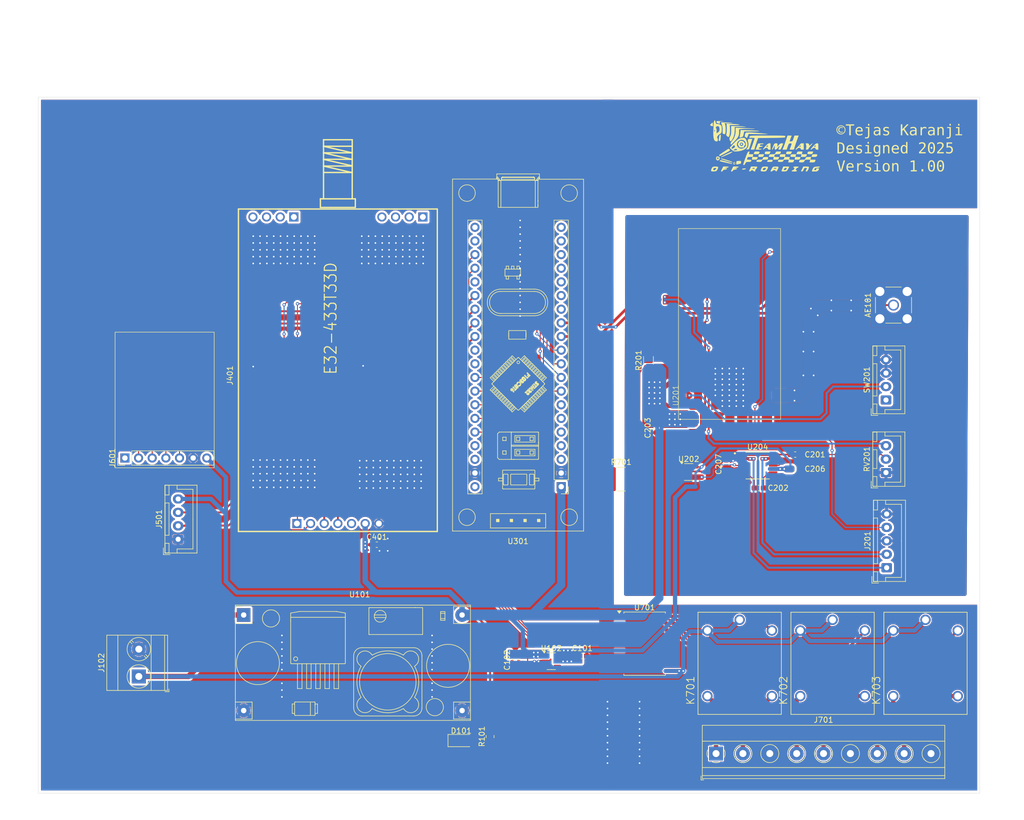
<source format=kicad_pcb>
(kicad_pcb (version 20240108) (generator "pcbnew") (generator_version "8.0")
  (layers (0 "F.Cu" signal) (31 "B.Cu" signal) (34 "B.Paste" user) (35 "F.Paste" user) (36 "B.SilkS" user "B.Silkscreen") (37 "F.SilkS" user "F.Silkscreen") (38 "B.Mask" user) (39 "F.Mask" user) (44 "Edge.Cuts" user))
  (net 0 "")
  (net 1 "/Microcontroller/UART2_TX")
  (net 2 "Net-(U201-PTT)")
  (net 3 "GNDA")
  (net 4 "Net-(U201-AUD_OUT)")
  (net 6 "5V")
  (net 7 "/Microcontroller/UART2_RX")
  (net 11 "Net-(U201-AUDIO_ON)")
  (net 12 "Net-(U201-H{slash}L_PWR)")
  (net 14 "/RF Voice/ANTENNA_LINE")
  (net 16 "MIC_LINE_IN")
  (net 17 "Net-(U204-VSS)")
  (net 18 "Net-(U202-Y)")
  (net 19 "/RF Voice/GAIN Is NO CONNECT (6dB)")
  (net 20 "Net-(U204--IN_L)")
  (net 21 "/RF Voice/HEADPHONE R")
  (net 22 "Net-(U204-CP)")
  (net 23 "Net-(U204-CN)")
  (net 24 "/RF Voice/HEADPHONE L")
  (net 25 "Net-(C201-Pad1)")
  (net 27 "/LORA/M1")
  (net 28 "/LORA/UART_TX")
  (net 30 "GNDD")
  (net 32 "/LORA/M0")
  (net 33 "/LORA/AUX")
  (net 39 "/LORA/UART_RX")
  (net 43 "/Display/UART_TX")
  (net 45 "/Display/UART_RX")
  (net 47 "3.3V")
  (net 48 "Net-(D101-A)")
  (net 56 "+3.3V")
  (net 58 "/Microcontroller/IN3")
  (net 59 "/Microcontroller/IN4")
  (net 60 "/Microcontroller/IN1")
  (net 61 "/Microcontroller/IN5")
  (net 62 "/Microcontroller/IN2")
  (net 63 "Net-(U701-O1)")
  (net 64 "+12V")
  (net 65 "Net-(U701-O2)")
  (net 70 "Net-(U701-O3)")
  (net 75 "Net-(J701-Pin_8)")
  (net 76 "Net-(J701-Pin_7)")
  (net 77 "Net-(J701-Pin_4)")
  (net 78 "Net-(J701-Pin_5)")
  (net 79 "Net-(J701-Pin_2)")
  (net 80 "Net-(J701-Pin_1)")
  (net 81 "/CAN_Module/MISO")
  (net 82 "/CAN_Module/INT")
  (net 83 "/CAN_Module/SCK")
  (net 84 "/CAN_Module/CS")
  (net 85 "/CAN_Module/MOSI")
  (footprint "Package_TO_SOT_SMD:SOT-23-5" (layer "F.Cu") (at 175.0115 104.968)
    (property "Reference" "U202")
    (property "Value" "74AHCT1G04DBVR")
  )
  (footprint "Capacitor_SMD:C_0603_1608Metric_Pad1.08x0.95mm_HandSolder" (layer "F.Cu") (at 155.194 139.192)
    (property "Reference" "C101")
    (property "Value" "1uF")
  )
  (footprint "Capacitor_SMD:C_0603_1608Metric_Pad1.08x0.95mm_HandSolder" (layer "F.Cu") (at 194.818 104.394 180)
    (property "Reference" "C206")
    (property "Value" "1uF" (hide yes))
  )
  (footprint "TerminalBlock_Phoenix:TerminalBlock_Phoenix_MKDS-1,5-9_1x09_P5.00mm_Horizontal" (layer "F.Cu") (at 180.091 157.353)
    (property "Reference" "J701")
    (property "Value" "Screw_Terminal_01x09")
  )
  (footprint "RF:SA868" (layer "F.Cu") (at 173.101 95.171 90)
    (property "Reference" "U201")
    (property "Value" "~")
  )
  (footprint "Capacitor_SMD:C_0603_1608Metric_Pad1.08x0.95mm_HandSolder" (layer "F.Cu") (at 181.991 103.5315 90)
    (property "Reference" "C207")
    (property "Value" "1uF" (hide yes))
  )
  (footprint "Connector_JST:JST_XH_B4B-XH-A_1x04_P2.50mm_Vertical" (layer "F.Cu") (at 211.709 91.567 90)
    (property "Reference" "SW201")
    (property "Value" "SW_Slide_DPDT")
  )
  (footprint "Resistor_SMD:R_0805_2012Metric_Pad1.20x1.40mm_HandSolder" (layer "F.Cu") (at 138.049 154.194 -90)
    (property "Reference" "R101")
    (property "Value" "220")
  )
  (footprint "LORA Modules:E32-433T33D" (layer "F.Cu") (at 109.728 87.034 90)
    (property "Reference" "J401")
    (property "Value" "LORA Module E32-433D")
  )
  (footprint "Connector_JST:JST_XH_B5B-XH-A_1x05_P2.50mm_Vertical" (layer "F.Cu") (at 211.836 122.776 90)
    (property "Reference" "J201")
    (property "Value" "XLR5_Ground")
  )
  (footprint "Package_TO_SOT_SMD:SOT-23-5" (layer "F.Cu") (at 149.4295 140.175)
    (property "Reference" "U102")
    (property "Value" "AP2112K-3.3" (hide yes))
  )
  (footprint "Capacitor_SMD:C_0603_1608Metric_Pad1.08x0.95mm_HandSolder" (layer "F.Cu") (at 116.967 118.491)
    (property "Reference" "C401")
    (property "Value" "1uF")
  )
  (footprint "Package_SO:SOP-65P640X120-14N" (layer "F.Cu") (at 187.833 103.752)
    (property "Reference" "U204")
    (property "Value" "TPA6139A2PWR" (hide yes))
  )
  (footprint "LED_SMD:LED_1206_3216Metric_Pad1.42x1.75mm_HandSolder" (layer "F.Cu") (at 132.6785 154.94)
    (property "Reference" "D101")
    (property "Value" "LED")
  )
  (footprint "Connector_PinHeader_2.54mm:PinHeader_1x07_P2.54mm_Vertical" (layer "F.Cu") (at 70.104 102.362 90)
    (property "Reference" "J601")
    (property "Value" "Conn_01x07_Socket")
  )
  (footprint "Relay_THT:RELAY_JQC-3F-1C-24VDC" (layer "F.Cu") (at 184.4845 140.561 90)
    (property "Reference" "K701")
    (property "Value" "JQC-3F-1C-12VDC" (hide yes))
  )
  (footprint "Relay_THT:RELAY_JQC-3F-1C-24VDC" (layer "F.Cu") (at 201.772 140.561 90)
    (property "Reference" "K702")
    (property "Value" "JQC-3F-1C-12VDC" (hide yes))
  )
  (footprint "Capacitor_SMD:C_0603_1608Metric_Pad1.08x0.95mm_HandSolder" (layer "F.Cu") (at 188.087 107.943)
    (property "Reference" "C202")
    (property "Value" "1uF")
  )
  (footprint "Resistor_SMD:R_2816_7142Metric" (layer "F.Cu") (at 162.433 106.299)
    (property "Reference" "R701")
    (property "Value" "R_2816_7142Metric" (hide yes))
  )
  (footprint "Connector_JST:JST_XH_B4B-XH-A_1x04_P2.50mm_Vertical" (layer "F.Cu") (at 80.01 117.482 90)
    (property "Reference" "J501")
    (property "Value" "Conn_01x04_Socket" (hide yes))
  )
  (footprint "Capacitor_SMD:C_0603_1608Metric_Pad1.08x0.95mm_HandSolder" (layer "F.Cu") (at 169.037 96.774 -90)
    (property "Reference" "C203")
    (property "Value" "0.1uF" (hide yes))
  )
  (footprint "Capacitor_SMD:C_0603_1608Metric_Pad1.08x0.95mm_HandSolder" (layer "F.Cu") (at 194.818 101.72 180)
    (property "Reference" "C201")
    (property "Value" "2.2uF" (hide yes))
  )
  (footprint "Resistor_SMD:R_1206_3216Metric_Pad1.30x1.75mm_HandSolder" (layer "F.Cu") (at 167.513 84.194 90)
    (property "Reference" "R201")
    (property "Value" "10k" (hide yes))
  )
  (footprint "DC DC Modules:DCDC_StepDown_LM2596" (layer "F.Cu") (at 92.202 131.572)
    (property "Reference" "U101")
    (property "Value" "DC DC_StepDown_LM2596")
  )
  (footprint "Package_SO:SOIC-18W_7.5x11.6mm_P1.27mm" (layer "F.Cu") (at 166.8 136.906)
    (property "Reference" "U701")
    (property "Value" "ULN2803A")
  )
  (footprint "Capacitor_SMD:C_0603_1608Metric_Pad1.08x0.95mm_HandSolder" (layer "F.Cu") (at 142.748 139.8535 -90)
    (property "Reference" "C102")
    (property "Value" "1uF" (hide yes))
  )
  (footprint "TerminalBlock_Phoenix:TerminalBlock_Phoenix_MKDS-3-2-5.08_1x02_P5.08mm_Horizontal" (layer "F.Cu") (at 72.69 143.007 90)
    (property "Reference" "J102")
    (property "Value" "Screw_Terminal_01x02")
  )
  (footprint "Relay_THT:RELAY_JQC-3F-1C-24VDC" (layer "F.Cu") (at 219.0595 140.561 90)
    (property "Reference" "K703")
    (property "Value" "JQC-3F-1C-12VDC" (hide yes))
  )
  (footprint "Connector_JST:JST_XH_B3B-XH-A_1x03_P2.50mm_Vertical" (layer "F.Cu") (at 211.709 105.069 90)
    (property "Reference" "RV201")
    (property "Value" "10k")
  )
  (footprint "LOGO" (layer "F.Cu") (at 188.8744 45.4152)
    (property "Reference" "G***" (hide yes))
    (property "Value" "LOGO" (hide yes))
  )
  (footprint "STM32 Eval Boards:usethis_BlackPill_1" (layer "F.Cu") (at 152.146 107.696 180)
    (property "Reference" "U301")
    (property "Value" "BlackPill_Part_Like_SWD_Breakout" (hide yes))
  )
  (footprint "Connector_Coaxial:SMA_Amphenol_132134-11_Vertical" (layer "F.Cu") (at 213.106 73.914 90)
    (property "Reference" "AE101")
    (property "Value" "Antenna_Shield")
  )
  (gr_rect (start 68.2752 78.9432) (end 86.7156 104.1908) (stroke (width 0.1)) (fill none) (layer "F.SilkS"))
  (gr_rect (start 53.9877 35.2044) (end 229.1715 164.719) (stroke (width 0.05)) (fill none) (layer "Edge.Cuts"))
  (gr_text "©Tejas Karanji \nDesigned 2025\nVersion 1.00" (at 202.4888 49.3776 0) (layer "F.SilkS") (effects (font (size 2 2) (thickness 0.1)) (justify left bottom)))
  (segment (start 163.964 75.431) (end 189.591 75.431) (width 0.5) (layer "F.Cu") (net 1))
  (segment (start 157.988 77.216) (end 151.281 77.216) (width 0.5) (layer "F.Cu") (net 1))
  (segment (start 158.75 77.978) (end 157.988 77.216) (width 0.5) (layer "F.Cu") (net 1))
  (segment (start 189.591 75.431) (end 192.101 72.921) (width 0.5) (layer "F.Cu") (net 1))
  (segment (start 161.417 77.978) (end 163.964 75.431) (width 0.5) (layer "F.Cu") (net 1))
  (via (at 158.75 77.978) (size 0.6) (drill 0.3) (layers "F.Cu" "B.Cu") (net 1))
  (via (at 161.417 77.978) (size 0.6) (drill 0.3) (layers "F.Cu" "B.Cu") (net 1))
  (segment (start 161.417 77.978) (end 158.75 77.978) (width 0.5) (layer "B.Cu") (net 1))
  (segment (start 191.777 103.752) (end 192.405 103.124) (width 0.2) (layer "F.Cu") (net 3))
  (segment (start 183.946001 102.87) (end 183.261 102.87) (width 0.2) (layer "F.Cu") (net 3))
  (segment (start 190.703 103.752) (end 191.777 103.752) (width 0.2) (layer "F.Cu") (net 3))
  (segment (start 184.178001 103.102) (end 183.946001 102.87) (width 0.2) (layer "F.Cu") (net 3))
  (segment (start 184.963 103.102) (end 184.178001 103.102) (width 0.2) (layer "F.Cu") (net 3))
  (via (at 182.559 86.71) (size 0.6) (drill 0.3) (layers "F.Cu" "B.Cu") (net 3))
  (via (at 182.559 91.71) (size 0.6) (drill 0.3) (layers "F.Cu" "B.Cu") (net 3))
  (via (at 201.549 73.025) (size 0.6) (drill 0.3) (layers "F.Cu" "B.Cu") (net 3))
  (via (at 181.259 90.71) (size 0.6) (drill 0.3) (layers "F.Cu" "B.Cu") (net 3))
  (via (at 185.159 90.71) (size 0.6) (drill 0.3) (layers "F.Cu" "B.Cu") (net 3))
  (via (at 185.159 89.71) (size 0.6) (drill 0.3) (layers "F.Cu" "B.Cu") (net 3))
  (via (at 181.259 91.71) (size 0.6) (drill 0.3) (layers "F.Cu" "B.Cu") (net 3))
  (via (at 182.559 88.71) (size 0.6) (drill 0.3) (layers "F.Cu" "B.Cu") (net 3))
  (via (at 194.691 91.694) (size 0.6) (drill 0.3) (layers "F.Cu" "B.Cu") (net 3))
  (via (at 183.859 91.71) (size 0.6) (drill 0.3) (layers "F.Cu" "B.Cu") (net 3))
  (via (at 205.232 74.93) (size 0.6) (drill 0.3) (layers "F.Cu" "B.Cu") (net 3))
  (via (at 183.859 92.71) (size 0.6) (drill 0.3) (layers "F.Cu" "B.Cu") (net 3))
  (via (at 185.159 85.71) (size 0.6) (drill 0.3) (layers "F.Cu" "B.Cu") (net 3))
  (via (at 196.342 82.55) (size 0.6) (drill 0.3) (layers "F.Cu" "B.Cu") (net 3))
  (via (at 185.159 87.71) (size 0.6) (drill 0.3) (layers "F.Cu" "B.Cu") (net 3))
  (via (at 179.959 88.71) (size 0.6) (drill 0.3) (layers "F.Cu" "B.Cu") (net 3))
  (via (at 179.959 87.71) (size 0.6) (drill 0.3) (layers "F.Cu" "B.Cu") (net 3))
  (via (at 199.009 75.819) (size 0.6) (drill 0.3) (layers "F.Cu" "B.Cu") (net 3))
  (via (at 201.549 74.93) (size 0.6) (drill 0.3) (layers "F.Cu" "B.Cu") (net 3))
  (via (at 183.859 89.71) (size 0.6) (drill 0.3) (layers "F.Cu" "B.Cu") (net 3))
  (via (at 181.259 92.71) (size 0.6) (drill 0.3) (layers "F.Cu" "B.Cu") (net 3))
  (via (at 185.159 88.71) (size 0.6) (drill 0.3) (layers "F.Cu" "B.Cu") (net 3))
  (via (at 198.247 86.995) (size 0.6) (drill 0.3) (layers "F.Cu" "B.Cu") (net 3))
  (via (at 182.559 90.71) (size 0.6) (drill 0.3) (layers "F.Cu" "B.Cu") (net 3))
  (via (at 205.232 73.025) (size 0.6) (drill 0.3) (layers "F.Cu" "B.Cu") (net 3))
  (via (at 182.559 89.71) (size 0.6) (drill 0.3) (layers "F.Cu" "B.Cu") (net 3))
  (via (at 208.28 73.025) (size 0.6) (drill 0.3) (layers "F.Cu" "B.Cu") (net 3))
  (via (at 196.342 78.867) (size 0.6) (drill 0.3) (layers "F.Cu" "B.Cu") (net 3))
  (via (at 185.159 86.71) (size 0.6) (drill 0.3) (layers "F.Cu" "B.Cu") (net 3))
  (via (at 194.691 89.789) (size 0.6) (drill 0.3) (layers "F.Cu" "B.Cu") (net 3))
  (via (at 179.959 86.71) (size 0.6) (drill 0.3) (layers "F.Cu" "B.Cu") (net 3))
  (via (at 183.261 102.87) (size 0.6) (drill 0.3) (layers "F.Cu" "B.Cu") (net 3))
  (via (at 182.559 87.71) (size 0.6) (drill 0.3) (layers "F.Cu" "B.Cu") (net 3))
  (via (at 182.559 85.71) (size 0.6) (drill 0.3) (layers "F.Cu" "B.Cu") (net 3))
  (via (at 179.959 89.71) (size 0.6) (drill 0.3) (layers "F.Cu" "B.Cu") (net 3))
  (via (at 181.259 89.71) (size 0.6) (drill 0.3) (layers "F.Cu" "B.Cu") (net 3))
  (via (at 185.159 91.71) (size 0.6) (drill 0.3) (layers "F.Cu" "B.Cu") (net 3))
  (via (at 197.739 74.549) (size 0.6) (drill 0.3) (layers "F.Cu" "B.Cu") (net 3))
  (via (at 183.859 90.71) (size 0.6) (drill 0.3) (layers "F.Cu" "B.Cu") (net 3))
  (via (at 183.859 85.71) (size 0.6) (drill 0.3) (layers "F.Cu" "B.Cu") (net 3))
  (via (at 183.859 86.71) (size 0.6) (drill 0.3) (layers "F.Cu" "B.Cu") (net 3))
  (via (at 181.259 88.71) (size 0.6) (drill 0.3) (layers "F.Cu" "B.Cu") (net 3))
  (via (at 181.259 85.71) (size 0.6) (drill 0.3) (layers "F.Cu" "B.Cu") (net 3))
  (via (at 196.342 86.995) (size 0.6) (drill 0.3) (layers "F.Cu" "B.Cu") (net 3))
  (via (at 198.247 78.867) (size 0.6) (drill 0.3) (layers "F.Cu" "B.Cu") (net 3))
  (via (at 181.259 87.71) (size 0.6) (drill 0.3) (layers "F.Cu" "B.Cu") (net 3))
  (via (at 185.159 92.71) (size 0.6) (drill 0.3) (layers "F.Cu" "B.Cu") (net 3))
  (via (at 208.28 74.93) (size 0.6) (drill 0.3) (layers "F.Cu" "B.Cu") (net 3))
  (via (at 179.959 90.71) (size 0.6) (drill 0.3) (layers "F.Cu" "B.Cu") (net 3))
  (via (at 179.959 85.725) (size 0.6) (drill 0.3) (layers "F.Cu" "B.Cu") (net 3))
  (via (at 181.259 86.71) (size 0.6) (drill 0.3) (layers "F.Cu" "B.Cu") (net 3))
  (via (at 183.859 87.71) (size 0.6) (drill 0.3) (layers "F.Cu" "B.Cu") (net 3))
  (via (at 183.859 88.71) (size 0.6) (drill 0.3) (layers "F.Cu" "B.Cu") (net 3))
  (via (at 198.247 82.55) (size 0.6) (drill 0.3) (layers "F.Cu" "B.Cu") (net 3))
  (via (at 182.559 92.71) (size 0.6) (drill 0.3) (layers "F.Cu" "B.Cu") (net 3))
  (segment (start 201.723 86.567) (end 211.709 86.567) (width 0.35) (layer "B.Cu") (net 3))
  (segment (start 173.101 81.821) (end 173.101 81.821) (width 0.5) (layer "B.Cu") (net 3))
  (segment (start 199.898 88.392) (end 201.723 86.567) (width 0.35) (layer "B.Cu") (net 3))
  (segment (start 171.229 81.821) (end 171.196 81.788) (width 0.5) (layer "B.Cu") (net 3))
  (segment (start 198.882 94.234) (end 199.898 93.218) (width 0.35) (layer "B.Cu") (net 3))
  (segment (start 199.898 93.218) (end 199.898 88.392) (width 0.35) (layer "B.Cu") (net 3))
  (segment (start 176.784 84.074) (end 176.784 88.9) (width 0.35) (layer "B.Cu") (net 3))
  (segment (start 171.196 81.788) (end 174.498 81.788) (width 0.35) (layer "B.Cu") (net 3))
  (segment (start 182.118 94.234) (end 198.882 94.234) (width 0.35) (layer "B.Cu") (net 3))
  (segment (start 176.784 88.9) (end 182.118 94.234) (width 0.35) (layer "B.Cu") (net 3))
  (segment (start 174.498 81.788) (end 176.784 84.074) (width 0.35) (layer "B.Cu") (net 3))
  (segment (start 178.729 97.369) (end 178.689 97.409) (width 0.35) (layer "F.Cu") (net 4))
  (segment (start 178.729 81.875) (end 178.729 97.369) (width 0.35) (layer "F.Cu") (net 4))
  (via (at 170.561 73.399) (size 0.6) (drill 0.3) (layers "F.Cu" "B.Cu") (net 4))
  (via (at 178.729 81.875) (size 0.6) (drill 0.3) (layers "F.Cu" "B.Cu") (net 4))
  (via (at 178.689 97.409) (size 0.6) (drill 0.3) (layers "F.Cu" "B.Cu") (net 4))
  (via (at 170.561 72.383) (size 0.6) (drill 0.3) (layers "F.Cu" "B.Cu") (net 4))
  (segment (start 172.967 72.891) (end 170.561 72.891) (width 0.35) (layer "B.Cu") (net 4))
  (segment (start 179.712 99.695) (end 211.335 99.695) (width 0.35) (layer "B.Cu") (net 4))
  (segment (start 178.729 81.701) (end 176.022 78.994) (width 0.35) (layer "B.Cu") (net 4))
  (segment (start 211.335 99.695) (end 211.709 100.069) (width 0.35) (layer "B.Cu") (net 4))
  (segment (start 178.689 97.409) (end 178.689 98.672) (width 0.35) (layer "B.Cu") (net 4))
  (segment (start 178.689 98.672) (end 179.712 99.695) (width 0.35) (layer "B.Cu") (net 4))
  (segment (start 178.729 81.875) (end 178.729 81.701) (width 0.35) (layer "B.Cu") (net 4))
  (segment (start 170.561 72.891) (end 170.561 72.383) (width 0.2) (layer "B.Cu") (net 4))
  (segment (start 170.561 73.399) (end 170.561 72.891) (width 0.2) (layer "B.Cu") (net 4))
  (segment (start 176.022 78.994) (end 176.022 75.946) (width 0.35) (layer "B.Cu") (net 4))
  (segment (start 176.022 75.946) (end 172.967 72.891) (width 0.35) (layer "B.Cu") (net 4))
  (segment (start 138.049 134.366) (end 138.049 153.194) (width 0.35) (layer "F.Cu") (net 6))
  (segment (start 145.189 141.125) (end 145.034 140.97) (width 0.2) (layer "F.Cu") (net 6))
  (segment (start 132.842 131.572) (end 135.255 131.572) (width 0.35) (layer "F.Cu") (net 6))
  (segment (start 148.292 141.125) (end 145.189 141.125) (width 0.2) (layer "F.Cu") (net 6))
  (segment (start 145.034 140.97) (end 145.034 139.446) (width 0.2) (layer "F.Cu") (net 6))
  (segment (start 135.255 131.572) (end 138.049 134.366) (width 0.35) (layer "F.Cu") (net 6))
  (via (at 146.177 139.319) (size 0.6) (drill 0.3) (layers "F.Cu" "B.Cu") (net 6))
  (via (at 114.808 119.253) (size 0.6) (drill 0.3) (layers "F.Cu" "B.Cu") (net 6))
  (via (at 146.939 138.557) (size 0.6) (drill 0.3) (layers "F.Cu" "B.Cu") (net 6))
  (via (at 168.64 92.2528) (size 0.6) (drill 0.3) (layers "F.Cu" "B.Cu") (net 6))
  (via (at 167.64 89.2528) (size 0.6) (drill 0.3) (layers "F.Cu" "B.Cu") (net 6))
  (via (at 146.177 138.557) (size 0.6) (drill 0.3) (layers "F.Cu" "B.Cu") (net 6))
  (via (at 167.64 90.2528) (size 0.6) (drill 0.3) (layers "F.Cu" "B.Cu") (net 6))
  (via (at 172.4312 95.1644) (size 0.6) (drill 0.3) (layers "F.Cu" "B.Cu") (net 6))
  (via (at 167.64 91.2528) (size 0.6) (drill 0.3) (layers "F.Cu" "B.Cu") (net 6))
  (via (at 168.64 91.2528) (size 0.6) (drill 0.3) (layers "F.Cu" "B.Cu") (net 6))
  (via (at 168.64 90.2528) (size 0.6) (drill 0.3) (layers "F.Cu" "B.Cu") (net 6))
  (via (at 171.4312 94.1644) (size 0.6) (drill 0.3) (layers "F.Cu" "B.Cu") (net 6))
  (via (at 168.64 88.2528) (size 0.6) (drill 0.3) (layers "F.Cu" "B.Cu") (net 6))
  (via (at 114.808 118.618) (size 0.6) (drill 0.3) (layers "F.Cu" "B.Cu") (net 6))
  (via (at 169.64 91.2528) (size 0.6) (drill 0.3) (layers "F.Cu" "B.Cu") (net 6))
  (via (at 167.64 92.2528) (size 0.6) (drill 0.3) (layers "F.Cu" "B.Cu") (net 6))
  (via (at 146.939 139.319) (size 0.6) (drill 0.3) (layers "F.Cu" "B.Cu") (net 6))
  (via (at 114.808 117.983) (size 0.6) (drill 0.3) (layers "F.Cu" "B.Cu") (net 6))
  (via (at 173.4312 94.1644) (size 0.6) (drill 0.3) (layers "F.Cu" "B.Cu") (net 6))
  (via (at 172.4312 94.1644) (size 0.6) (drill 0.3) (layers "F.Cu" "B.Cu") (net 6))
  (via (at 171.4312 96.1644) (size 0.6) (drill 0.3) (layers "F.Cu" "B.Cu") (net 6))
  (via (at 173.4312 95.1644) (size 0.6) (drill 0.3) (layers "F.Cu" "B.Cu") (net 6))
  (via (at 169.64 89.2528) (size 0.6) (drill 0.3) (layers "F.Cu" "B.Cu") (net 6))
  (via (at 169.64 88.2528) (size 0.6) (drill 0.3) (layers "F.Cu" "B.Cu") (net 6))
  (via (at 173.4312 96.1644) (size 0.6) (drill 0.3) (layers "F.Cu" "B.Cu") (net 6))
  (via (at 169.64 90.2528) (size 0.6) (drill 0.3) (layers "F.Cu" "B.Cu") (net 6))
  (via (at 172.4312 96.1644) (size 0.6) (drill 0.3) (layers "F.Cu" "B.Cu") (net 6))
  (via (at 167.64 88.2528) (size 0.6) (drill 0.3) (layers "F.Cu" "B.Cu") (net 6))
  (via (at 171.4312 95.1644) (size 0.6) (drill 0.3) (layers "F.Cu" "B.Cu") (net 6))
  (via (at 169.64 92.2528) (size 0.6) (drill 0.3) (layers "F.Cu" "B.Cu") (net 6))
  (via (at 168.64 89.2528) (size 0.6) (drill 0.3) (layers "F.Cu" "B.Cu") (net 6))
  (segment (start 114.808 125.3236) (end 114.808 119.253) (width 1) (layer "B.Cu") (net 6))
  (segment (start 169.545 128.397) (end 166.37 131.572) (width 1.5) (layer "B.Cu") (net 6))
  (segment (start 132.842 129.6416) (end 130.556 127.3556) (width 1) (layer "B.Cu") (net 6))
  (segment (start 90.932 127.381) (end 88.9 125.349) (width 0.8) (layer "B.Cu") (net 6))
  (segment (start 88.9 125.349) (end 88.9 112.776) (width 0.8) (layer "B.Cu") (net 6))
  (segment (start 114.808 117.983) (end 114.808 114.554) (width 1) (layer "B.Cu") (net 6))
  (segment (start 114.808 118.618) (end 114.808 117.983) (width 1) (layer "B.Cu") (net 6))
  (segment (start 145.034 138.557) (end 144.145 137.668) (width 0.8) (layer "B.Cu") (net 6))
  (segment (start 116.84 127.3556) (end 116.8146 127.381) (width 0.8) (layer "B.Cu") (net 6))
  (segment (start 166.37 131.572) (end 154.4828 131.572) (width 2) (layer "B.Cu") (net 6))
  (segment (start 132.842 131.572) (end 132.842 129.6416) (width 1) (layer "B.Cu") (net 6))
  (segment (start 88.9 105.918) (end 85.344 102.362) (width 0.8) (layer "B.Cu") (net 6))
  (segment (start 88.9 112.776) (end 86.106 109.982) (width 0.8) (layer "B.Cu") (net 6))
  (segment (start 130.556 127.3556) (end 116.84 127.3556) (width 1) (layer "B.Cu") (net 6))
  (segment (start 154.4828 131.572) (end 139.065 131.572) (width 2) (layer "B.Cu") (net 6))
  (segment (start 143.002 131.572) (end 144.653 131.572) (width 1.5) (layer "B.Cu") (net 6))
  (segment (start 116.84 127.3556) (end 114.808 125.3236) (width 1) (layer "B.Cu") (net 6))
  (segment (start 144.653 131.572) (end 145.669 131.572) (width 1.5) (layer "B.Cu") (net 6))
  (segment (start 145.669 131.572) (end 151.281 125.96) (width 1.5) (layer "B.Cu") (net 6))
  (segment (start 86.106 109.982) (end 80.01 109.982) (width 0.8) (layer "B.Cu") (net 6))
  (segment (start 144.145 137.668) (end 144.145 134.366) (width 0.8) (layer "B.Cu") (net 6))
  (segment (start 139.065 131.572) (end 132.842 131.572) (width 2) (layer "B.Cu") (net 6))
  (segment (start 146.177 138.557) (end 145.034 138.557) (width 0.8) (layer "B.Cu") (net 6))
  (segment (start 151.281 125.96) (end 151.281 107.696) (width 1.5) (layer "B.Cu") (net 6))
  (segment (start 114.808 119.253) (end 114.808 118.618) (width 1) (layer "B.Cu") (net 6))
  (segment (start 116.8146 127.381) (end 90.932 127.381) (width 0.8) (layer "B.Cu") (net 6))
  (segment (start 139.065 131.572) (end 143.002 131.572) (width 1.5) (layer "B.Cu") (net 6))
  (segment (start 169.545 96.393) (end 169.545 128.397) (width 1.5) (layer "B.Cu") (net 6))
  (segment (start 144.145 134.366) (end 141.351 131.572) (width 0.8) (layer "B.Cu") (net 6))
  (segment (start 88.9 112.776) (end 88.9 105.918) (width 0.8) (layer "B.Cu") (net 6))
  (segment (start 168.91 95.758) (end 169.545 96.393) (width 1.5) (layer "B.Cu") (net 6))
  (segment (start 158.242 79.756) (end 163.456 74.542) (width 0.5) (layer "F.Cu") (net 7))
  (segment (start 151.281 79.756) (end 158.242 79.756) (width 0.5) (layer "F.Cu") (net 7))
  (segment (start 188.595 74.542) (end 190.119 73.018) (width 0.5) (layer "F.Cu") (net 7))
  (segment (start 190.119 70.453) (end 192.101 68.471) (width 0.5) (layer "F.Cu") (net 7))
  (segment (start 163.456 74.542) (end 188.595 74.542) (width 0.5) (layer "F.Cu") (net 7))
  (segment (start 190.119 73.018) (end 190.119 70.453) (width 0.5) (layer "F.Cu") (net 7))
  (segment (start 178.054 77.089) (end 178.435 76.708) (width 0.35) (layer "F.Cu") (net 11))
  (segment (start 178.435 65.786) (end 176.657 64.008) (width 0.35) (layer "F.Cu") (net 11))
  (segment (start 178.435 73.279) (end 178.435 65.786) (width 0.35) (layer "F.Cu") (net 11))
  (segment (start 172.72 104.476499) (end 172.72 99.568) (width 0.35) (layer "F.Cu") (net 11))
  (segment (start 173.874 104.968) (end 173.211501 104.968) (width 0.35) (layer "F.Cu") (net 11))
  (segment (start 176.644 64.021) (end 173.101 64.021) (width 0.35) (layer "F.Cu") (net 11))
  (segment (start 172.72 99.568) (end 173.863 98.425) (width 0.35) (layer "F.Cu") (net 11))
  (segment (start 178.054 97.155) (end 178.054 77.089) (width 0.35) (layer "F.Cu") (net 11))
  (segment (start 173.863 98.425) (end 176.784 98.425) (width 0.35) (layer "F.Cu") (net 11))
  (segment (start 176.657 64.008) (end 176.644 64.021) (width 0.35) (layer "F.Cu") (net 11))
  (segment (start 178.435 76.708) (end 178.435 76.835) (width 0.35) (layer "F.Cu") (net 11))
  (segment (start 173.211501 104.968) (end 172.72 104.476499) (width 0.35) (layer "F.Cu") (net 11))
  (segment (start 176.784 98.425) (end 178.054 97.155) (width 0.35) (layer "F.Cu") (net 11))
  (via (at 178.435 73.279) (size 0.6) (drill 0.3) (layers "F.Cu" "B.Cu") (net 11))
  (via (at 178.435 76.708) (size 0.6) (drill 0.3) (layers "F.Cu" "B.Cu") (net 11))
  (segment (start 178.435 76.708) (end 178.435 73.279) (width 0.35) (layer "B.Cu") (net 11))
  (via (at 175.133 90.721) (size 0.6) (drill 0.3) (layers "F.Cu" "B.Cu") (net 12))
  (segment (start 201.89 89.067) (end 211.709 89.067) (width 0.35) (layer "B.Cu") (net 12))
  (segment (start 200.66 93.98) (end 200.66 90.297) (width 0.35) (layer "B.Cu") (net 12))
  (segment (start 177.208 90.721) (end 181.61 95.123) (width 0.35) (layer "B.Cu") (net 12))
  (segment (start 199.517 95.123) (end 200.66 93.98) (width 0.35) (layer "B.Cu") (net 12))
  (segment (start 175.133 90.721) (end 177.208 90.721) (width 0.35) (layer "B.Cu") (net 12))
  (segment (start 200.66 90.297) (end 201.89 89.067) (width 0.35) (layer "B.Cu") (net 12))
  (segment (start 181.61 95.123) (end 199.517 95.123) (width 0.35) (layer "B.Cu") (net 12))
  (segment (start 195.791 90.721) (end 197.231 89.281) (width 0.35) (layer "F.Cu") (net 14))
  (segment (start 197.231 76.327) (end 199.644 73.914) (width 0.35) (layer "F.Cu") (net 14))
  (segment (start 197.231 89.281) (end 197.231 76.327) (width 0.35) (layer "F.Cu") (net 14))
  (segment (start 199.644 73.914) (end 213.106 73.914) (width 0.35) (layer "F.Cu") (net 14))
  (segment (start 192.101 90.721) (end 195.791 90.721) (width 0.35) (layer "F.Cu") (net 14))
  (segment (start 201.676 100.965) (end 201.676 99.568) (width 0.2) (layer "F.Cu") (net 16))
  (segment (start 190.119 64.008) (end 192.088 64.008) (width 0.2) (layer "F.Cu") (net 16))
  (segment (start 201.676 99.568) (end 200.787 98.679) (width 0.2) (layer "F.Cu") (net 16))
  (segment (start 187.325 97.155) (end 187.325 92.837) (width 0.2) (layer "F.Cu") (net 16))
  (segment (start 188.849 98.679) (end 187.325 97.155) (width 0.2) (layer "F.Cu") (net 16))
  (segment (start 200.787 98.679) (end 188.849 98.679) (width 0.2) (layer "F.Cu") (net 16))
  (via (at 190.119 64.008) (size 0.6) (drill 0.3) (layers "F.Cu" "B.Cu") (net 16))
  (via (at 201.676 100.965) (size 0.6) (drill 0.3) (layers "F.Cu" "B.Cu") (net 16))
  (via (at 187.325 92.837) (size 0.6) (drill 0.3) (layers "F.Cu" "B.Cu") (net 16))
  (segment (start 188.722 91.44) (end 187.325 92.837) (width 0.2) (layer "B.Cu") (net 16))
  (segment (start 201.676 100.965) (end 201.676 112.776) (width 0.2) (layer "B.Cu") (net 16))
  (segment (start 201.676 112.776) (end 204.176 115.276) (width 0.2) (layer "B.Cu") (net 16))
  (segment (start 188.722 65.405) (end 188.722 91.44) (width 0.2) (layer "B.Cu") (net 16))
  (segment (start 204.176 115.276) (end 211.836 115.276) (width 0.2) (layer "B.Cu") (net 16))
  (segment (start 190.119 64.008) (end 188.722 65.405) (width 0.2) (layer "B.Cu") (net 16))
  (segment (start 184.963 103.752) (end 183.635 103.752) (width 0.2) (layer "F.Cu") (net 18))
  (segment (start 183.635 103.752) (end 183.515 103.632) (width 0.2) (layer "F.Cu") (net 18))
  (via (at 183.515 103.632) (size 0.6) (drill 0.3) (layers "F.Cu" "B.Cu") (net 18))
  (via (at 177.419 105.918) (size 0.6) (drill 0.3) (layers "F.Cu" "B.Cu") (net 18))
  (segment (start 179.578 105.41) (end 179.578 104.521) (width 0.2) (layer "B.Cu") (net 18))
  (segment (start 177.419 105.918) (end 179.07 105.918) (width 0.2) (layer "B.Cu") (net 18))
  (segment (start 180.467 103.632) (end 183.515 103.632) (width 0.2) (layer "B.Cu") (net 18))
  (segment (start 183.515 103.632) (end 183.642 103.759) (width 0.2) (layer "B.Cu") (net 18))
  (segment (start 179.578 104.521) (end 180.467 103.632) (width 0.2) (layer "B.Cu") (net 18))
  (segment (start 179.07 105.918) (end 179.578 105.41) (width 0.2) (layer "B.Cu") (net 18))
  (segment (start 190.785 101.72) (end 190.703 101.802) (width 0.2) (layer "F.Cu") (net 20))
  (segment (start 193.9555 101.72) (end 190.785 101.72) (width 0.3) (layer "F.Cu") (net 20))
  (segment (start 190.703 102.452) (end 189.394 102.452) (width 0.2) (layer "F.Cu") (net 21))
  (segment (start 189.394 102.452) (end 189.357 102.489) (width 0.2) (layer "F.Cu") (net 21))
  (via (at 188.722 102.489) (size 0.6) (drill 0.3) (layers "F.Cu" "B.Cu") (net 21))
  (via (at 189.357 102.489) (size 0.6) (drill 0.3) (layers "F.Cu" "B.Cu") (net 21))
  (segment (start 188.722 118.11) (end 190.888 120.276) (width 0.35) (layer "B.Cu") (net 21))
  (segment (start 188.722 102.489) (end 189.357 102.489) (width 0.2) (layer "B.Cu") (net 21))
  (segment (start 188.722 102.489) (end 188.722 118.11) (width 0.35) (layer "B.Cu") (net 21))
  (segment (start 190.888 120.276) (end 211.836 120.276) (width 0.35) (layer "B.Cu") (net 21))
  (segment (start 188.9495 107.943) (end 188.9495 106.020501) (width 0.2) (layer "F.Cu") (net 22))
  (segment (start 188.9495 106.020501) (end 189.918001 105.052) (width 0.2) (layer "F.Cu") (net 22))
  (segment (start 189.918001 105.052) (end 190.703 105.052) (width 0.2) (layer "F.Cu") (net 22))
  (segment (start 185.747999 105.052) (end 187.2245 106.528501) (width 0.2) (layer "F.Cu") (net 23))
  (segment (start 187.2245 106.528501) (end 187.2245 107.943) (width 0.2) (layer "F.Cu") (net 23))
  (segment (start 184.963 105.052) (end 185.747999 105.052) (width 0.2) (layer "F.Cu") (net 23))
  (segment (start 184.963 102.452) (end 186.399 102.452) (width 0.2) (layer "F.Cu") (net 24))
  (segment (start 186.399 102.452) (end 186.436 102.489) (width 0.2) (layer "F.Cu") (net 24))
  (via (at 186.436 102.489) (size 0.6) (drill 0.3) (layers "F.Cu" "B.Cu") (net 24))
  (via (at 187.071 102.489) (size 0.6) (drill 0.3) (layers "F.Cu" "B.Cu") (net 24))
  (segment (start 186.436 102.489) (end 187.071 102.489) (width 0.2) (layer "B.Cu") (net 24))
  (segment (start 187.071 102.489) (end 187.071 120.015) (width 0.35) (layer "B.Cu") (net 24))
  (segment (start 189.832 122.776) (end 211.836 122.776) (width 0.35) (layer "B.Cu") (net 24))
  (segment (start 187.071 120.015) (end 189.832 122.776) (width 0.35) (layer "B.Cu") (net 24))
  (segment (start 210.86 101.72) (end 211.709 102.569) (width 0.2) (layer "F.Cu") (net 25))
  (segment (start 195.6805 101.72) (end 210.86 101.72) (width 0.2) (layer "F.Cu") (net 25))
  (segment (start 133.681 69.3666) (end 133.681 66.066) (width 0.2) (layer "F.Cu") (net 27))
  (segment (start 104.648 114.554) (end 103.498 115.704) (width 0.2) (layer "F.Cu") (net 27))
  (segment (start 133.681 66.066) (end 135.231 64.516) (width 0.2) (layer "F.Cu") (net 27))
  (segment (start 130.556 72.4916) (end 133.681 69.3666) (width 0.2) (layer "F.Cu") (net 27))
  (segment (start 100.958 115.704) (end 99.7204 114.4664) (width 0.2) (layer "F.Cu") (net 27))
  (segment (start 103.498 115.704) (end 100.958 115.704) (width 0.2) (layer "F.Cu") (net 27))
  (segment (start 99.7204 79.2988) (end 99.7204 79.248) (width 0.2) (layer "F.Cu") (net 27))
  (segment (start 99.7204 114.4664) (end 99.7204 79.2988) (width 0.2) (layer "F.Cu") (net 27))
  (segment (start 99.7204 73.8632) (end 101.092 72.4916) (width 0.2) (layer "F.Cu") (net 27))
  (segment (start 101.092 72.4916) (end 130.556 72.4916) (width 0.2) (layer "F.Cu") (net 27))
  (via (at 99.7204 73.8632) (size 0.6) (drill 0.3) (layers "F.Cu" "B.Cu") (net 27))
  (via (at 99.7204 79.2988) (size 0.6) (drill 0.3) (layers "F.Cu" "B.Cu") (net 27))
  (segment (start 99.7204 79.2988) (end 99.7204 73.8632) (width 0.2) (layer "B.Cu") (net 27))
  (segment (start 99.7204 73.8632) (end 99.7204 73.7108) (width 0.2) (layer "B.Cu") (net 27))
  (segment (start 109.728 114.554) (end 109.728 82.423) (width 0.35) (layer "F.Cu") (net 28))
  (segment (start 109.728 82.423) (end 111.506 80.645) (width 0.35) (layer "F.Cu") (net 28))
  (segment (start 134.342 80.645) (end 135.231 79.756) (width 0.35) (layer "F.Cu") (net 28))
  (segment (start 111.506 80.645) (end 134.342 80.645) (width 0.35) (layer "F.Cu") (net 28))
  (via (at 159.893 156.591) (size 0.6) (drill 0.3) (layers "F.Cu" "B.Cu") (net 30))
  (via (at 123.952 106.68) (size 0.6) (drill 0.3) (layers "F.Cu" "B.Cu") (net 30))
  (via (at 121.412 105.41) (size 0.6) (drill 0.3) (layers "F.Cu" "B.Cu") (net 30))
  (via (at 122.682 105.41) (size 0.6) (drill 0.3) (layers "F.Cu" "B.Cu") (net 30))
  (via (at 99.06 61.087) (size 0.6) (drill 0.3) (layers "F.Cu" "B.Cu") (net 30))
  (via (at 127.254 136.652) (size 0.6) (drill 0.3) (layers "F.Cu" "B.Cu") (net 30))
  (via (at 102.87 64.897) (size 0.6) (drill 0.3) (layers "F.Cu" "B.Cu") (net 30))
  (via (at 118.999 117.348) (size 0.6) (drill 0.3) (layers "F.Cu" "B.Cu") (net 30))
  (via (at 115.062 106.68) (size 0.6) (drill 0.3) (layers "F.Cu" "B.Cu") (net 30))
  (via (at 120.523 66.167) (size 0.6) (drill 0.3) (layers "F.Cu" "B.Cu") (net 30))
  (via (at 93.98 106.553) (size 0.6) (drill 0.3) (layers "F.Cu" "B.Cu") (net 30))
  (via (at 120.142 107.95) (size 0.6) (drill 0.3) (layers "F.Cu" "B.Cu") (net 30))
  (via (at 113.792 102.87) (size 0.6) (drill 0.3) (layers "F.Cu" "B.Cu") (net 30))
  (via (at 165.862 151.511) (size 0.6) (drill 0.3) (layers "F.Cu" "B.Cu") (net 30))
  (via (at 125.222 107.95) (size 0.6) (drill 0.3) (layers "F.Cu" "B.Cu") (net 30))
  (via (at 118.872 105.41) (size 0.6) (drill 0.3) (layers "F.Cu" "B.Cu") (net 30))
  (via (at 96.52 105.283) (size 0.6) (drill 0.3) (layers "F.Cu" "B.Cu") (net 30))
  (via (at 100.33 62.357) (size 0.6) (drill 0.3) (layers "F.Cu" "B.Cu") (net 30))
  (via (at 159.893 159.131) (size 0.6) (drill 0.3) (layers "F.Cu" "B.Cu") (net 30))
  (via (at 117.983 62.357) (size 0.6) (drill 0.3) (layers "F.Cu" "B.Cu") (net 30))
  (via (at 99.06 107.823) (size 0.6) (drill 0.3) (layers "F.Cu" "B.Cu") (net 30))
  (via (at 93.98 104.013) (size 0.6) (drill 0.3) (layers "F.Cu" "B.Cu") (net 30))
  (via (at 100.33 107.823) (size 0.6) (drill 0.3) (layers "F.Cu" "B.Cu") (net 30))
  (via (at 104.14 102.743) (size 0.6) (drill 0.3) (layers "F.Cu" "B.Cu") (net 30))
  (via (at 116.332 105.41) (size 0.6) (drill 0.3) (layers "F.Cu" "B.Cu") (net 30))
  (via (at 97.79 62.357) (size 0.6) (drill 0.3) (layers "F.Cu" "B.Cu") (net 30))
  (via (at 96.52 107.823) (size 0.6) (drill 0.3) (layers "F.Cu" "B.Cu") (net 30))
  (via (at 102.87 107.823) (size 0.6) (drill 0.3) (layers "F.Cu" "B.Cu") (net 30))
  (via (at 123.952 104.14) (size 0.6) (drill 0.3) (layers "F.Cu" "B.Cu") (net 30))
  (via (at 102.87 61.087) (size 0.6) (drill 0.3) (layers "F.Cu" "B.Cu") (net 30))
  (via (at 97.79 106.553) (size 0.6) (drill 0.3) (layers "F.Cu" "B.Cu") (net 30))
  (via (at 104.14 63.627) (size 0.6) (drill 0.3) (layers "F.Cu" "B.Cu") (net 30))
  (via (at 116.713 62.357) (size 0.6) (drill 0.3) (layers "F.Cu" "B.Cu") (net 30))
  (via (at 114.173 64.897) (size 0.6) (drill 0.3) (layers "F.Cu" "B.Cu") (net 30))
  (via (at 143.637 67.056) (size 0.6) (drill 0.3) (layers "F.Cu" "B.Cu") (net 30))
  (via (at 123.063 63.627) (size 0.6) (drill 0.3) (layers "F.Cu" "B.Cu") (net 30))
  (via (at 105.41 106.553) (size 0.6) (drill 0.3) (layers "F.Cu" "B.Cu") (net 30))
  (via (at 117.475 117.348) (size 0.6) (drill 0.3) (layers "F.Cu" "B.Cu") (net 30))
  (via (at 105.41 61.087) (size 0.6) (drill 0.3) (layers "F.Cu" "B.Cu") (net 30))
  (via (at 97.79 104.013) (size 0.6) (drill 0.3) (layers "F.Cu" "B.Cu") (net 30))
  (via (at 159.893 155.321) (size 0.6) (drill 0.3) (layers "F.Cu" "B.Cu") (net 30))
  (via (at 95.25 61.087) (size 0.6) (drill 0.3) (layers "F.Cu" "B.Cu") (net 30))
  (via (at 104.14 66.167) (size 0.6) (drill 0.3) (layers "F.Cu" "B.Cu") (net 30))
  (via (at 96.52 106.553) (size 0.6) (drill 0.3) (layers "F.Cu" "B.Cu") (net 30))
  (via (at 115.062 105.41) (size 0.6) (drill 0.3) (layers "F.Cu" "B.Cu") (net 30))
  (via (at 165.862 147.701) (size 0.6) (drill 0.3) (layers "F.Cu" "B.Cu") (net 30))
  (via (at 96.52 102.743) (size 0.6) (drill 0.3) (layers "F.Cu" "B.Cu") (net 30))
  (via (at 113.792 105.41) (size 0.6) (drill 0.3) (layers "F.Cu" "B.Cu") (net 30))
  (via (at 102.87 63.627) (size 0.6) (drill 0.3) (layers "F.Cu" "B.Cu") (net 30))
  (via (at 105.41 104.013) (size 0.6) (drill 0.3) (layers "F.Cu" "B.Cu") (net 30))
  (via (at 93.98 102.743) (size 0.6) (drill 0.3) (layers "F.Cu" "B.Cu") (net 30))
  (via (at 165.862 150.241) (size 0.6) (drill 0.3) (layers "F.Cu" "B.Cu") (net 30))
  (via (at 99.314 135.382) (size 0.6) (drill 0.3) (layers "F.Cu" "B.Cu") (net 30))
  (via (at 102.87 66.167) (size 0.6) (drill 0.3) (layers "F.Cu" "B.Cu") (net 30))
  (via (at 99.06 106.553) (size 0.6) (drill 0.3) (layers "F.Cu" "B.Cu") (net 30))
  (via (at 165.862 157.861) (size 0.6) (drill 0.3) (layers "F.Cu" "B.Cu") (net 30))
  (via (at 121.412 107.95) (size 0.6) (drill 0.3) (layers "F.Cu" "B.Cu") (net 30))
  (via (at 146.304 140.208) (size 0.6) (drill 0.3) (layers "F.Cu" "B.Cu") (net 30))
  (via (at 143.637 69.596) (size 0.6) (drill 0.3) (layers "F.Cu" "B.Cu") (net 30))
  (via (at 100.33 64.897) (size 0.6) (drill 0.3) (layers "F.Cu" "B.Cu") (net 30))
  (via (at 159.893 151.511) (size 0.6) (drill 0.3) (layers "F.Cu" "B.Cu") (net 30))
  (via (at 165.862 155.321) (size 0.6) (drill 0.3) (layers "F.Cu" "B.Cu") (net 30))
  (via (at 102.87 104.013) (size 0.6) (drill 0.3) (layers "F.Cu" "B.Cu") (net 30))
  (via (at 123.063 62.357) (size 0.6) (drill 0.3) (layers "F.Cu" "B.Cu") (net 30))
  (via (at 96.52 66.167) (size 0.6) (drill 0.3) (layers "F.Cu" "B.Cu") (net 30))
  (via (at 93.98 62.357) (size 0.6) (drill 0.3) (layers "F.Cu" "B.Cu") (net 30))
  (via (at 117.602 102.87) (size 0.6) (drill 0.3) (layers "F.Cu" "B.Cu") (net 30))
  (via (at 113.792 107.95) (size 0.6) (drill 0.3) (layers "F.Cu" "B.Cu") (net 30))
  (via (at 121.412 106.68) (size 0.6) (drill 0.3) (layers "F.Cu" "B.Cu") (net 30))
  (via (at 115.443 66.167) (size 0.6) (drill 0.3) (layers "F.Cu" "B.Cu") (net 30))
  (via (at 125.603 63.627) (size 0.6) (drill 0.3) (layers "F.Cu" "B.Cu") (net 30))
  (via (at 97.79 63.627) (size 0.6) (drill 0.3) (layers "F.Cu" "B.Cu") (net 30))
  (via (at 99.06 62.357) (size 0.6) (drill 0.3) (layers "F.Cu" "B.Cu") (net 30))
  (via (at 96.52 63.627) (size 0.6) (drill 0.3) (layers "F.Cu" "B.Cu") (net 30))
  (via (at 125.603 62.357) (size 0.6) (drill 0.3) (layers "F.Cu" "B.Cu") (net 30))
  (via (at 99.314 141.732) (size 0.6) (drill 0.3) (layers "F.Cu" "B.Cu") (net 30))
  (via (at 104.14 61.087) (size 0.6) (drill 0.3) (layers "F.Cu" "B.Cu") (net 30))
  (via (at 125.222 102.87) (size 0.6) (drill 0.3) (layers "F.Cu" "B.Cu") (net 30))
  (via (at 116.713 66.167) (size 0.6) (drill 0.3) (layers "F.Cu" "B.Cu") (net 30))
  (via (at 100.33 105.283) (size 0.6) (drill 0.3) (layers "F.Cu" "B.Cu") (net 30))
  (via (at 105.41 64.897) (size 0.6) (drill 0.3) (layers "F.Cu" "B.Cu") (net 30))
  (via (at 102.87 102.743) (size 0.6) (drill 0.3) (layers "F.Cu" "B.Cu") (net 30))
  (via (at 105.41 105.283) (size 0.6) (drill 0.3) (layers "F.Cu" "B.Cu") (net 30))
  (via (at 143.637 70.866) (size 0.6) (drill 0.3) (layers "F.Cu" "B.Cu") (net 30))
  (via (at 117.983 66.167) (size 0.6) (drill 0.3) (layers "F.Cu" "B.Cu") (net 30))
  (via (at 93.98 105.283) (size 0.6) (drill 0.3) (layers "F.Cu" "B.Cu") (net 30))
  (via (at 121.412 102.87) (size 0.6) (drill 0.3) (layers "F.Cu" "B.Cu") (net 30))
  (via (at 114.173 66.167) (size 0.6) (drill 0.3) (layers "F.Cu" "B.Cu") (net 30))
  (via (at 125.603 66.167) (size 0.6) (drill 0.3) (layers "F.Cu" "B.Cu") (net 30))
  (via (at 119.253 64.897) (size 0.6) (drill 0.3) (layers "F.Cu" "B.Cu") (net 30))
  (via (at 97.79 64.897) (size 0.6) (drill 0.3) (layers "F.Cu" "B.Cu") (net 30))
  (via (at 105.41 63.627) (size 0.6) (drill 0.3) (layers "F.Cu" "B.Cu") (net 30))
  (via (at 120.142 102.87) (size 0.6) (drill 0.3) (layers "F.Cu" "B.Cu") (net 30))
  (via (at 115.062 104.14) (size 0.6) (drill 0.3) (layers "F.Cu" "B.Cu") (net 30))
  (via (at 123.952 102.87) (size 0.6) (drill 0.3) (layers "F.Cu" "B.Cu") (net 30))
  (via (at 96.52 104.013) (size 0.6) (drill 0.3) (layers "F.Cu" "B.Cu") (net 30))
  (via (at 104.14 104.013) (size 0.6) (drill 0.3) (layers "F.Cu" "B.Cu") (net 30))
  (via (at 165.862 159.131) (size 0.6) (drill 0.3) (layers "F.Cu" "B.Cu") (net 30))
  (via (at 120.142 104.14) (size 0.6) (drill 0.3) (layers "F.Cu" "B.Cu") (net 30))
  (via (at 123.952 105.41) (size 0.6) (drill 0.3) (layers "F.Cu" "B.Cu") (net 30))
  (via (at 118.872 106.68) (size 0.6) (drill 0.3) (layers "F.Cu" "B.Cu") (net 30))
  (via (at 113.792 106.68) (size 0.6) (drill 0.3) (layers "F.Cu" "B.Cu") (net 30))
  (via (at 127.254 141.732) (size 0.6) (drill 0.3) (layers "F.Cu" "B.Cu") (net 30))
  (via (at 97.79 105.283) (size 0.6) (drill 0.3) (layers "F.Cu" "B.Cu") (net 30))
  (via (at 100.33 66.167) (size 0.6) (drill 0.3) (layers "F.Cu" "B.Cu") (net 30))
  (via (at 123.063 64.897) (size 0.6) (drill 0.3) (layers "F.Cu" "B.Cu") (net 30))
  (via (at 101.6 102.743) (size 0.6) (drill 0.3) (layers "F.Cu" "B.Cu") (net 30))
  (via (at 97.79 107.823) (size 0.6) (drill 0.3) (layers "F.Cu" "B.Cu") (net 30))
  (via (at 127.254 140.462) (size 0.6) (drill 0.3) (layers "F.Cu" "B.Cu") (net 30))
  (via (at 95.25 64.897) (size 0.6) (drill 0.3) (layers "F.Cu" "B.Cu") (net 30))
  (via (at 99.314 145.542) (size 0.6) (drill 0.3) (layers "F.Cu" "B.Cu") (net 30))
  (via (at 117.602 106.68) (size 0.6) (drill 0.3) (layers "F.Cu" "B.Cu") (net 30))
  (via (at 125.222 106.68) (size 0.6) (drill 0.3) (layers "F.Cu" "B.Cu") (net 30))
  (via (at 100.33 104.013) (size 0.6) (drill 0.3) (layers "F.Cu" "B.Cu") (net 30))
  (via (at 93.98 107.823) (size 0.6) (drill 0.3) (layers "F.Cu" "B.Cu") (net 30))
  (via (at 102.87 62.357) (size 0.6) (drill 0.3) (layers "F.Cu" "B.Cu") (net 30))
  (via (at 95.25 66.167) (size 0.6) (drill 0.3) (layers "F.Cu" "B.Cu") (net 30))
  (via (at 101.6 61.087) (size 0.6) (drill 0.3) (layers "F.Cu" "B.Cu") (net 30))
  (via (at 143.637 61.976) (size 0.6) (drill 0.3) (layers "F.Cu" "B.Cu") (net 30))
  (via (at 117.602 104.14) (size 0.6) (drill 0.3) (layers "F.Cu" "B.Cu") (net 30))
  (via (at 104.14 64.897) (size 0.6) (drill 0.3) (layers "F.Cu" "B.Cu") (net 30))
  (via (at 116.713 61.087) (size 0.6) (drill 0.3) (layers "F.Cu" "B.Cu") (net 30))
  (via (at 115.062 102.87) (size 0.6) (drill 0.3) (layers "F.Cu" "B.Cu") (net 30))
  (via (at 121.793 62.357) (size 0.6) (drill 0.3) (layers "F.Cu" "B.Cu") (net 30))
  (via (at 118.872 102.87) (size 0.6) (drill 0.3) (layers "F.Cu" "B.Cu") (net 30))
  (via (at 125.603 64.897) (size 0.6) (drill 0.3) (layers "F.Cu" "B.Cu") (net 30))
  (via (at 122.682 107.95) (size 0.6) (drill 0.3) (layers "F.Cu" "B.Cu") (net 30))
  (via (at 101.6 66.167) (size 0.6) (drill 0.3) (layers "F.Cu" "B.Cu") (net 30))
  (via (at 115.443 62.357) (size 0.6) (drill 0.3) (layers "F.Cu" "B.Cu") (net 30))
  (via (at 116.332 107.95) (size 0.6) (drill 0.3) (layers "F.Cu" "B.Cu") (net 30))
  (via (at 119.253 62.357) (size 0.6) (drill 0.3) (layers "F.Cu" "B.Cu") (net 30))
  (via (at 123.063 61.087) (size 0.6) (drill 0.3) (layers "F.Cu" "B.Cu") (net 30))
  (via (at 143.637 74.676) (size 0.6) (drill 0.3) (layers "F.Cu" "B.Cu") (net 30))
  (via (at 99.06 63.627) (size 0.6) (drill 0.3) (layers "F.Cu" "B.Cu") (net 30))
  (via (at 118.872 104.14) (size 0.6) (drill 0.3) (layers "F.Cu" "B.Cu") (net 30))
  (via (at 95.25 102.743) (size 0.6) (drill 0.3) (layers "F.Cu" "B.Cu") (net 30))
  (via (at 143.637 73.406) (size 0.6) (drill 0.3) (layers "F.Cu" "B.Cu") (net 30))
  (via (at 115.443 63.627) (size 0.6) (drill 0.3) (layers "F.Cu" "B.Cu") (net 30))
  (via (at 95.25 106.553) (size 0.6) (drill 0.3) (layers "F.Cu" "B.Cu") (net 30))
  (via (at 143.637 59.436) (size 0.6) (drill 0.3) (layers "F.Cu" "B.Cu") (net 30))
  (via (at 127.254 144.272) (size 0.6) (drill 0.3) (layers "F.Cu" "B.Cu") (net 30))
  (via (at 159.893 148.971) (size 0.6) (drill 0.3) (layers "F.Cu" "B.Cu") (net 30))
  (via (at 127.254 137.922) (size 0.6) (drill 0.3) (layers "F.Cu" "B.Cu") (net 30))
  (via (at 101.6 62.357) (size 0.6) (drill 0.3) (layers "F.Cu" "B.Cu") (net 30))
  (via (at 118.999 119.634) (size 0.6) (drill 0.3) (layers "F.Cu" "B.Cu") (net 30))
  (via (at 99.06 64.897) (size 0.6) (drill 0.3) (layers "F.Cu" "B.Cu") (net 30))
  (via (at 165.862 148.971) (size 0.6) (drill 0.3) (layers "F.Cu" "B.Cu") (net 30))
  (via (at 159.893 157.861) (size 0.6) (drill 0.3) (layers "F.Cu" "B.Cu") (net 30))
  (via (at 120.523 61.087) (size 0.6) (drill 0.3) (layers "F.Cu" "B.Cu") (net 30))
  (via (at 123.952 107.95) (size 0.6) (drill 0.3) (layers "F.Cu" "B.Cu") (net 30))
  (via (at 123.063 66.167) (size 0.6) (drill 0.3) (layers "F.Cu" "B.Cu") (net 30))
  (via (at 116.332 104.14) (size 0.6) (drill 0.3) (layers "F.Cu" "B.Cu") (net 30))
  (via (at 101.6 105.283) (size 0.6) (drill 0.3) (layers "F.Cu" "B.Cu") (net 30))
  (via (at 143.637 60.706) (size 0.6) (drill 0.3) (layers "F.Cu" "B.Cu") (net 30))
  (via (at 120.523 63.627) (size 0.6) (drill 0.3) (layers "F.Cu" "B.Cu") (net 30))
  (via (at 120.523 62.357) (size 0.6) (drill 0.3) (layers "F.Cu" "B.Cu") (net 30))
  (via (at 105.41 107.823) (size 0.6) (drill 0.3) (layers "F.Cu" "B.Cu") (net 30))
  (via (at 104.14 105.283) (size 0.6) (drill 0.3) (layers "F.Cu" "B.Cu") (net 30))
  (via (at 95.25 105.283) (size 0.6) (drill 0.3) (layers "F.Cu" "B.Cu") (net 30))
  (via (at 95.25 104.013) (size 0.6) (drill 0.3) (layers "F.Cu" "B.Cu") (net 30))
  (via (at 121.412 104.14) (size 0.6) (drill 0.3) (layers "F.Cu" "B.Cu") (net 30))
  (via (at 99.06 104.013) (size 0.6) (drill 0.3) (layers "F.Cu" "B.Cu") (net 30))
  (via (at 118.872 107.95) (size 0.6) (drill 0.3) (layers "F.Cu" "B.Cu") (net 30))
  (via (at 122.682 106.68) (size 0.6) (drill 0.3) (layers "F.Cu" "B.Cu") (net 30))
  (via (at 121.793 61.087) (size 0.6) (drill 0.3) (layers "F.Cu" "B.Cu") (net 30))
  (via (at 100.33 63.627) (size 0.6) (drill 0.3) (layers "F.Cu" "B.Cu") (net 30))
  (via (at 117.983 64.897) (size 0.6) (drill 0.3) (layers "F.Cu" "B.Cu") (net 30))
  (via (at 124.333 61.087) (size 0.6) (drill 0.3) (layers "F.Cu" "B.Cu") (net 30))
  (via (at 127.254 139.192) (size 0.6) (drill 0.3) (layers "F.Cu" "B.Cu") (net 30))
  (via (at 96.52 62.357) (size 0.6) (drill 0.3) (layers "F.Cu" "B.Cu") (net 30))
  (via (at 125.222 104.14) (size 0.6) (drill 0.3) (layers "F.Cu" "B.Cu") (net 30))
  (via (at 159.893 147.701) (size 0.6) (drill 0.3) (layers "F.Cu" "B.Cu") (net 30))
  (via (at 99.06 105.283) (size 0.6) (drill 0.3) (layers "F.Cu" "B.Cu") (net 30))
  (via (at 119.253 66.167) (size 0.6) (drill 0.3) (layers "F.Cu" "B.Cu") (net 30))
  (via (at 99.06 102.743) (size 0.6) (drill 0.3) (layers "F.Cu" "B.Cu") (net 30))
  (via (at 114.173 62.357) (size 0.6) (drill 0.3) (layers "F.Cu" "B.Cu") (net 30))
  (via (at 102.87 106.553) (size 0.6) (drill 0.3) (layers "F.Cu" "B.Cu") (net 30))
  (via (at 117.983 61.087) (size 0.6) (drill 0.3) (layers "F.Cu" "B.Cu") (net 30))
  (via (at 143.637 58.166) (size 0.6) (drill 0.3) (layers "F.Cu" "B.Cu") (net 30))
  (via (at 95.25 107.823) (size 0.6) (drill 0.3) (layers "F.Cu" "B.Cu") (net 30))
  (via (at 114.173 61.087) (size 0.6) (drill 0.3) (layers "F.Cu" "B.Cu") (net 30))
  (via (at 122.682 102.87) (size 0.6) (drill 0.3) (layers "F.Cu" "B.Cu") (net 30))
  (via (at 159.893 150.241) (size 0.6) (drill 0.3) (layers "F.Cu" "B.Cu") (net 30))
  (via (at 165.862 154.051) (size 0.6) (drill 0.3) (layers "F.Cu" "B.Cu") (net 30))
  (via (at 101.6 104.013) (size 0.6) (drill 0.3) (layers "F.Cu" "B.Cu") (net 30))
  (via (at 99.314 139.192) (size 0.6) (drill 0.3) (layers "F.Cu" "B.Cu") (net 30))
  (via (at 124.333 63.627) (size 0.6) (drill 0.3) (layers "F.Cu" "B.Cu") (net 30))
  (via (at 93.98 66.167) (size 0.6) (drill 0.3) (layers "F.Cu" "B.Cu") (net 30))
  (via (at 116.713 64.897) (size 0.6) (drill 0.3) (layers "F.Cu" "B.Cu") (net 30))
  (via (at 125.603 61.087) (size 0.6) (drill 0.3) (layers "F.Cu" "B.Cu") (net 30))
  (via (at 114.427 85.217) (size 0.6) (drill 0.3) (layers "F.Cu" "B.Cu") (net 30))
  (via (at 165.862 156.591) (size 0.6) (drill 0.3) (layers "F.Cu" "B.Cu") (net 30))
  (via (at 165.862 152.781) (size 0.6) (drill 0.3) (layers "F.Cu" "B.Cu") (net 30))
  (via (at 99.314 140.462) (size 0.6) (drill 0.3) (layers "F.Cu" "B.Cu") (net 30))
  (via (at 93.98 64.897) (size 0.6) (drill 0.3) (layers "F.Cu" "B.Cu") (net 30))
  (via (at 105.41 66.167) (size 0.6) (drill 0.3) (layers "F.Cu" "B.Cu") (net 30))
  (via (at 127.254 145.542) (size 0.6) (drill 0.3) (layers "F.Cu" "B.Cu") (net 30))
  (via (at 99.314 136.652) (size 0.6) (drill 0.3) (layers "F.Cu" "B.Cu") (net 30))
  (via (at 95.25 63.627) (size 0.6) (drill 0.3) (layers "F.Cu" "B.Cu") (net 30))
  (via (at 115.062 107.95) (size 0.6) (drill 0.3) (layers "F.Cu" "B.Cu") (net 30))
  (via (at 121.793 66.167) (size 0.6) (drill 0.3) (layers "F.Cu" "B.Cu") (net 30))
  (via (at 101.6 106.553) (size 0.6) (drill 0.3) (layers "F.Cu" "B.Cu") (net 30))
  (via (at 101.6 63.627) (size 0.6) (drill 0.3) (layers "F.Cu" "B.Cu") (net 30))
  (via (at 117.602 107.95) (size 0.6) (drill 0.3) (layers "F.Cu" "B.Cu") (net 30))
  (via (at 122.682 104.14) (size 0.6) (drill 0.3) (layers "F.Cu" "B.Cu") (net 30))
  (via (at 96.52 61.087) (size 0.6) (drill 0.3) (layers "F.Cu" "B.Cu") (net 30))
  (via (at 115.443 61.087) (size 0.6) (drill 0.3) (layers "F.Cu" "B.Cu") (net 30))
  (via (at 104.14 107.823) (size 0.6) (drill 0.3) (layers "F.Cu" "B.Cu") (net 30))
  (via (at 104.14 106.553) (size 0.6) (drill 0.3) (layers "F.Cu" "B.Cu") (net 30))
  (via (at 105.41 62.357) (size 0.6) (drill 0.3) (layers "F.Cu" "B.Cu") (net 30))
  (via (at 143.637 63.246) (size 0.6) (drill 0.3) (layers "F.Cu" "B.Cu") (net 30))
  (via (at 124.333 64.897) (size 0.6) (drill 0.3) (layers "F.Cu" "B.Cu") (net 30))
  (via (at 100.33 61.087) (size 0.6) (drill 0.3) (layers "F.Cu" "B.Cu") (net 30))
  (via (at 120.142 105.41) (size 0.6) (drill 0.3) (layers "F.Cu" "B.Cu") (net 30))
  (via (at 119.253 61.087) (size 0.6) (drill 0.3) (layers "F.Cu" "B.Cu") (net 30))
  (via (at 117.475 119.634) (size 0.6) (drill 0.3) (layers "F.Cu" "B.Cu") (net 30))
  (via (at 116.332 106.68) (size 0.6) (drill 0.3) (layers "F.Cu" "B.Cu") (net 30))
  (via (at 100.33 102.743) (size 0.6) (drill 0.3) (layers "F.Cu" "B.Cu") (net 30))
  (via (at 97.79 66.167) (size 0.6) (drill 0.3) (layers "F.Cu" "B.Cu") (net 30))
  (via (at 117.602 105.41) (size 0.6) (drill 0.3) (layers "F.Cu" "B.Cu") (net 30))
  (via (at 101.6 64.897) (size 0.6) (drill 0.3) (layers "F.Cu" "B.Cu") (net 30))
  (via (at 93.98 61.087) (size 0.6) (drill 0.3) (layers "F.Cu" "B.Cu") (net 30))
  (via (at 116.332 102.87) (size 0.6) (drill 0.3) (layers "F.Cu" "B.Cu") (net 30))
  (via (at 159.893 154.051) (size 0.6) (drill 0.3) (layers "F.Cu" "B.Cu") (net 30))
  (via (at 127.254 146.812) (size 0.6) (drill 0.3) (layers "F.Cu" "B.Cu") (net 30))
  (via (at 116.713 63.627) (size 0.6) (drill 0.3) (layers "F.Cu" "B.Cu") (net 30))
  (via (at 143.637 75.946) (size 0.6) (drill 0.3) (layers "F.Cu" "B.Cu") (net 30))
  (via (at 93.98 63.627) (size 0.6) (drill 0.3) (layers "F.Cu" "B.Cu") (net 30))
  (via (at 127.254 135.382) (size 0.6) (drill 0.3) (layers "F.Cu" "B.Cu") (net 30))
  (via (at 159.893 152.781) (size 0.6) (drill 0.3) (layers "F.Cu" "B.Cu") (net 30))
  (via (at 102.87 105.283) (size 0.6) (drill 0.3) (layers "F.Cu" "B.Cu") (net 30))
  (via (at 143.637 65.786) (size 0.6) (drill 0.3) (layers "F.Cu" "B.Cu") (net 30))
  (via (at 99.314 144.272) (size 0.6) (drill 0.3) (layers "F.Cu" "B.Cu") (net 30))
  (via (at 95.25 62.357) (size 0.6) (drill 0.3) (layers "F.Cu" "B.Cu") (net 30))
  (via (at 96.52 64.897) (size 0.6) (drill 0.3) (layers "F.Cu" "B.Cu") (net 30))
  (via (at 114.173 63.627) (size 0.6) (drill 0.3) (layers "F.Cu" "B.Cu") (net 30))
  (via (at 124.333 62.357) (size 0.6) (drill 0.3) (layers "F.Cu" "B.Cu") (net 30))
  (via (at 101.6 107.823) (size 0.6) (drill 0.3) (layers "F.Cu" "B.Cu") (net 30))
  (via (at 143.637 68.326) (size 0.6) (drill 0.3) (layers "F.Cu" "B.Cu") (net 30))
  (via (at 147.066 140.208) (size 0.6) (drill 0.3) (layers "F.Cu" "B.Cu") (net 30))
  (via (at 120.523 64.897) (size 0.6) (drill 0.3) (layers "F.Cu" "B.Cu") (net 30))
  (via (at 99.06 66.167) (size 0.6) (drill 0.3) (layers "F.Cu" "B.Cu") (net 30))
  (via (at 117.983 63.627) (size 0.6) (drill 0.3) (layers "F.Cu" "B.Cu") (net 30))
  (via (at 100.33 106.553) (size 0.6) (drill 0.3) (layers "F.Cu" "B.Cu") (net 30))
  (via (at 124.333 66.167) (size 0.6) (drill 0.3) (layers "F.Cu" "B.Cu") (net 30))
  (via (at 113.792 104.14) (size 0.6) (drill 0.3) (layers "F.Cu" "B.Cu") (net 30))
  (via (at 125.222 105.41) (size 0.6) (drill 0.3) (layers "F.Cu" "B.Cu") (net 30))
  (via (at 97.79 61.087) (size 0.6) (drill 0.3) (layers "F.Cu" "B.Cu") (net 30))
  (via (at 121.793 63.627) (size 0.6) (drill 0.3) (layers "F.Cu" "B.Cu") (net 30))
  (via (at 120.142 106.68) (size 0.6) (drill 0.3) (layers "F.Cu" "B.Cu") (net 30))
  (via (at 121.793 64.897) (size 0.6) (drill 0.3) (layers "F.Cu" "B.Cu") (net 30))
  (via (at 104.14 62.357) (size 0.6) (drill 0.3) (layers "F.Cu" "B.Cu") (net 30))
  (via (at 115.443 64.897) (size 0.6) (drill 0.3) (layers "F.Cu" "B.Cu") (net 30))
  (via (at 143.637 64.516) (size 0.6) (drill 0.3) (layers "F.Cu" "B.Cu") (net 30))
  (via (at 105.41 102.743) (size 0.6) (drill 0.3) (layers "F.Cu" "B.Cu") (net 30))
  (via (at 143.637 72.136) (size 0.6) (drill 0.3) (layers "F.Cu" "B.Cu") (net 30))
  (via (at 93.98 85.344) (size 0.6) (drill 0.3) (layers "F.Cu" "B.Cu") (net 30))
  (via (at 119.253 63.627) (size 0.6) (drill 0.3) (layers "F.Cu" "B.Cu") (net 30))
  (via (at 99.314 146.812) (size 0.6) (drill 0.3) (layers "F.Cu" "B.Cu") (net 30))
  (via (at 97.79 102.743) (size 0.6) (drill 0.3) (layers "F.Cu" "B.Cu") (net 30))
  (via (at 99.314 137.922) (size 0.6) (drill 0.3) (layers "F.Cu" "B.Cu") (net 30))
  (segment (start 102.2 79.2068) (end 102.2096 79.1972) (width 0.2) (layer "F.Cu") (net 32))
  (segment (start 134.081 70.9478) (end 134.081 68.206) (width 0.2) (layer "F.Cu") (net 32))
  (segment (start 102.2 114.462) (end 102.2 79.2068) (width 0.2) (layer "F.Cu") (net 32))
  (segment (start 134.081 68.206) (end 135.231 67.056) (width 0.2) (layer "F.Cu") (net 32))
  (segment (start 102.2096 73.66) (end 131.3688 73.66) (width 0.2) (layer "F.Cu") (net 32))
  (segment (start 102.2 79.1876) (end 102.2 79.0956) (width 0.2) (layer "F.Cu") (net 32))
  (segment (start 102.2096 79.1972) (end 102.2 79.1876) (width 0.2) (layer "F.Cu") (net 32))
  (segment (start 131.3688 73.66) (end 134.081 70.9478) (width 0.2) (layer "F.Cu") (net 32))
  (segment (start 102.108 114.554) (end 102.2 114.462) (width 0.2) (layer "F.Cu") (net 32))
  (via (at 102.2096 79.1972) (size 0.6) (drill 0.3) (layers "F.Cu" "B.Cu") (net 32))
  (via (at 102.2096 73.66) (size 0.6) (drill 0.3) (layers "F.Cu" "B.Cu") (net 32))
  (segment (start 102.2096 73.66) (end 102.2096 73.6092) (width 0.2) (layer "B.Cu") (net 32))
  (segment (start 102.2096 79.1972) (end 102.2096 73.66) (width 0.2) (layer "B.Cu") (net 32))
  (segment (start 133.453 78.994) (end 135.231 77.216) (width 0.35) (layer "F.Cu") (net 39))
  (segment (start 109.22 78.994) (end 133.453 78.994) (width 0.35) (layer "F.Cu") (net 39))
  (segment (start 107.188 114.554) (end 107.188 81.026) (width 0.35) (layer "F.Cu") (net 39))
  (segment (start 107.188 81.026) (end 109.22 78.994) (width 0.35) (layer "F.Cu") (net 39))
  (segment (start 92.202 112.1156) (end 92.202 80.6196) (width 0.35) (layer "F.Cu") (net 43))
  (segment (start 89.3826 114.935) (end 92.202 112.1156) (width 0.35) (layer "F.Cu") (net 43))
  (segment (start 81.185 114.982) (end 81.232 114.935) (width 0.35) (layer "F.Cu") (net 43))
  (segment (start 92.202 80.6196) (end 95.4786 77.343) (width 0.35) (layer "F.Cu") (net 43))
  (segment (start 80.01 114.982) (end 81.185 114.982) (width 0.35) (layer "F.Cu") (net 43))
  (segment (start 132.564 77.343) (end 135.231 74.676) (width 0.35) (layer "F.Cu") (net 43))
  (segment (start 95.4786 77.343) (end 132.564 77.343) (width 0.35) (layer "F.Cu") (net 43))
  (segment (start 81.232 114.935) (end 89.3826 114.935) (width 0.35) (layer "F.Cu") (net 43))
  (segment (start 88.178 112.482) (end 90.4748 110.1852) (width 0.35) (layer "F.Cu") (net 45))
  (segment (start 90.4748 110.1852) (end 90.4748 80.01) (width 0.35) (layer "F.Cu") (net 45))
  (segment (start 90.4748 80.01) (end 95.4278 75.057) (width 0.35) (layer "F.Cu") (net 45))
  (segment (start 95.4278 75.057) (end 132.31 75.057) (width 0.35) (layer "F.Cu") (net 45))
  (segment (start 132.31 75.057) (end 135.231 72.136) (width 0.35) (layer "F.Cu") (net 45))
  (segment (start 80.01 112.482) (end 88.178 112.482) (width 0.35) (layer "F.Cu") (net 45))
  (segment (start 176.149 104.018) (end 177.414 104.018) (width 0.2) (layer "F.Cu") (net 47))
  (segment (start 177.414 104.018) (end 177.419 104.013) (width 0.2) (layer "F.Cu") (net 47))
  (via (at 152.4 140.208) (size 0.6) (drill 0.3) (layers "F.Cu" "B.Cu") (net 47))
  (via (at 151.765 138.176) (size 0.6) (drill 0.3) (layers "F.Cu" "B.Cu") (net 47))
  (via (at 151.638 140.208) (size 0.6) (drill 0.3) (layers "F.Cu" "B.Cu") (net 47))
  (via (at 153.289 138.176) (size 0.6) (drill 0.3) (layers "F.Cu" "B.Cu") (net 47))
  (via (at 192.024 104.394) (size 0.6) (drill 0.3) (layers "F.Cu" "B.Cu") (net 47))
  (via (at 177.419 104.013) (size 0.6) (drill 0.3) (layers "F.Cu" "B.Cu") (net 47))
  (via (at 192.786 104.394) (size 0.6) (drill 0.3) (layers "F.Cu" "B.Cu") (net 47))
  (via (at 152.527 138.176) (size 0.6) (drill 0.3) (layers "F.Cu" "B.Cu") (net 47))
  (via (at 153.162 140.208) (size 0.6) (drill 0.3) (layers "F.Cu" "B.Cu") (net 47))
  (segment (start 177.419 104.013) (end 176.276 105.156) (width 0.4) (layer "B.Cu") (net 47))
  (segment (start 180.848 100.584) (end 191.516 100.584) (width 0.4) (layer "B.Cu") (net 47))
  (segment (start 174.498 107.696) (end 172.466 109.728) (width 0.8) (layer "B.Cu") (net 47))
  (segment (start 172.466 109.728) (end 172.466 132.08) (width 0.8) (layer "B.Cu") (net 47))
  (segment (start 176.276 107.696) (end 174.498 107.696) (width 0.8) (layer "B.Cu") (net 47))
  (segment (start 193.929 102.997) (end 193.929 104.267) (width 0.4) (layer "B.Cu") (net 47))
  (segment (start 166.37 138.176) (end 154.813 138.176) (width 0.8) (layer "B.Cu") (net 47))
  (segment (start 176.276 105.156) (end 176.276 107.696) (width 0.4) (layer "B.Cu") (net 47))
  (segment (start 191.516 100.584) (end 193.929 102.997) (width 0.4) (layer "B.Cu") (net 47))
  (segment (start 177.419 104.013) (end 180.848 100.584) (width 0.4) (layer "B.Cu") (net 47))
  (segment (start 172.466 132.08) (end 166.37 138.176) (width 0.8) (layer "B.Cu") (net 47))
  (segment (start 138.03 93.453) (end 137.033 92.456) (width 0.2) (layer "F.Cu") (net 58))
  (segment (start 138.03 127.350372) (end 138.03 93.453) (width 0.2) (layer "F.Cu") (net 58))
  (segment (start 145.045628 134.366) (end 138.03 127.350372) (width 0.2) (layer "F.Cu") (net 58))
  (segment (start 137.033 92.456) (end 135.231 92.456) (width 0.2) (layer "F.Cu") (net 58))
  (segment (start 162.15 134.366) (end 145.045628 134.366) (width 0.2) (layer "F.Cu") (net 58))
  (segment (start 145.749942 135.636) (end 137.63 127.516058) (width 0.2) (layer "F.Cu") (net 59))
  (segment (start 137.63 96.228) (end 136.398 94.996) (width 0.2) (layer "F.Cu") (net 59))
  (segment (start 136.398 94.996) (end 135.231 94.996) (width 0.2) (layer "F.Cu") (net 59))
  (segment (start 162.15 135.636) (end 145.749942 135.636) (width 0.2) (layer "F.Cu") (net 59))
  (segment (start 137.63 127.516058) (end 137.63 96.228) (width 0.2) (layer "F.Cu") (net 59))
  (segment (start 143.637 131.826) (end 138.83 127.019) (width 0.2) (layer "F.Cu") (net 60))
  (segment (start 138.83 88.665) (end 137.541 87.376) (width 0.2) (layer "F.Cu") (net 60))
  (segment (start 138.83 127.019) (end 138.83 88.665) (width 0.2) (layer "F.Cu") (net 60))
  (segment (start 137.541 87.376) (end 135.231 87.376) (width 0.2) (layer "F.Cu") (net 60))
  (segment (start 162.15 131.826) (end 143.637 131.826) (width 0.2) (layer "F.Cu") (net 60))
  (segment (start 162.15 136.906) (end 146.454256 136.906) (width 0.2) (layer "F.Cu") (net 61))
  (segment (start 137.23 127.681744) (end 137.23 98.368) (width 0.2) (layer "F.Cu") (net 61))
  (segment (start 136.398 97.536) (end 135.231 97.536) (width 0.2) (layer "F.Cu") (net 61))
  (segment (start 146.454256 136.906) (end 137.23 127.681744) (width 0.2) (layer "F.Cu") (net 61))
  (segment (start 137.23 98.368) (end 136.398 97.536) (width 0.2) (layer "F.Cu") (net 61))
  (segment (start 162.15 133.096) (end 144.341314 133.096) (width 0.2) (layer "F.Cu") (net 62))
  (segment (start 138.43 91.059) (end 137.287 89.916) (width 0.2) (layer "F.Cu") (net 62))
  (segment (start 138.43 127.184686) (end 138.43 91.059) (width 0.2) (layer "F.Cu") (net 62))
  (segment (start 137.287 89.916) (end 135.231 89.916) (width 0.2) (layer "F.Cu") (net 62))
  (segment (start 144.341314 133.096) (end 138.43 127.184686) (width 0.2) (layer "F.Cu") (net 62))
  (segment (start 190.4845 134.62) (end 186.5475 130.683) (width 0.5) (layer "F.Cu") (net 63))
  (segment (start 175.030377 130.683) (end 173.887377 131.826) (width 0.5) (layer "F.Cu") (net 63))
  (segment (start 173.887377 131.826) (end 171.45 131.826) (width 0.5) (layer "F.Cu") (net 63))
  (segment (start 186.5475 130.683) (end 175.030377 130.683) (width 0.5) (layer "F.Cu") (net 63))
  (segment (start 84.628 140.289) (end 84.628 134.701) (width 1) (layer "F.Cu") (net 64))
  (segment (start 87.757 131.572) (end 92.202 131.572) (width 1) (layer "F.Cu") (net 64))
  (segment (start 84.628 134.701) (end 87.757 131.572) (width 1) (layer "F.Cu") (net 64))
  (segment (start 81.91 143.007) (end 84.628 140.289) (width 1) (layer "F.Cu") (net 64))
  (segment (start 72.69 143.007) (end 81.91 143.007) (width 1) (layer "F.Cu") (net 64))
  (via (at 173.99 141.986) (size 0.6) (drill 0.3) (layers "F.Cu" "B.Cu") (net 64))
  (via (at 173.228 141.986) (size 0.6) (drill 0.3) (layers "F.Cu" "B.Cu") (net 64))
  (segment (start 178.4845 134.461) (end 182.4845 134.461) (width 0.8) (layer "B.Cu") (net 64))
  (segment (start 199.772 134.461) (end 201.772 132.461) (width 0.8) (layer "B.Cu") (net 64))
  (segment (start 175.26 134.62) (end 178.4845 134.62) (width 0.8) (layer "B.Cu") (net 64))
  (segment (start 195.772 134.461) (end 199.772 134.461) (width 0.8) (layer "B.Cu") (net 64))
  (segment (start 180.3895 136.525) (end 193.867 136.525) (width 0.8) (layer "B.Cu") (net 64))
  (segment (start 193.867 136.525) (end 195.772 134.62) (width 0.8) (layer "B.Cu") (net 64))
  (segment (start 197.55 136.398) (end 211.1225 136.398) (width 0.8) (layer "B.Cu") (net 64))
  (segment (start 172.969 143.007) (end 173.99 141.986) (width 0.8) (layer "B.Cu") (net 64))
  (segment (start 173.99 135.89) (end 175.26 134.62) (width 0.8) (layer "B.Cu") (net 64))
  (segment (start 211.1225 136.398) (end 213.0595 134.461) (width 0.8) (layer "B.Cu") (net 64))
  (segment (start 72.69 143.007) (end 172.969 143.007) (width 0.8) (layer "B.Cu") (net 64))
  (segment (start 178.4845 134.62) (end 180.3895 136.525) (width 0.8) (layer "B.Cu") (net 64))
  (segment (start 173.99 141.986) (end 173.99 135.89) (width 0.8) (layer "B.Cu") (net 64))
  (segment (start 217.0595 134.461) (end 219.0595 132.461) (width 0.8) (layer "B.Cu") (net 64))
  (segment (start 195.772 134.62) (end 197.55 136.398) (width 0.8) (layer "B.Cu") (net 64))
  (segment (start 182.4845 134.461) (end 184.4845 132.461) (width 0.8) (layer "B.Cu") (net 64))
  (segment (start 213.0595 134.461) (end 217.0595 134.461) (width 0.8) (layer "B.Cu") (net 64))
  (segment (start 207.772 134.62) (end 204.597 137.795) (width 0.5) (layer "F.Cu") (net 65))
  (segment (start 172.474999 133.096) (end 171.45 133.096) (width 0.5) (layer "F.Cu") (net 65))
  (segment (start 204.597 137.795) (end 177.173999 137.795) (width 0.5) (layer "F.Cu") (net 65))
  (segment (start 177.173999 137.795) (end 172.474999 133.096) (width 0.5) (layer "F.Cu") (net 65))
  (segment (start 176.911 139.192) (end 172.085 134.366) (width 0.5) (layer "F.Cu") (net 70))
  (segment (start 225.0595 134.461) (end 220.3285 139.192) (width 0.5) (layer "F.Cu") (net 70))
  (segment (start 172.085 134.366) (end 171.45 134.366) (width 0.5) (layer "F.Cu") (net 70))
  (segment (start 220.3285 139.192) (end 176.911 139.192) (width 0.5) (layer "F.Cu") (net 70))
  (segment (start 215.091 149.907) (end 218.337 146.661) (width 0.8) (layer "F.Cu") (net 75))
  (segment (start 218.337 146.661) (end 225.0595 146.661) (width 0.8) (layer "F.Cu") (net 75))
  (segment (start 215.091 157.353) (end 215.091 149.907) (width 0.8) (layer "F.Cu") (net 75))
  (segment (start 210.091 152.748) (end 211.328 151.511) (width 0.8) (layer "F.Cu") (net 76))
  (segment (start 211.328 151.511) (end 212.09 151.511) (width 0.8) (layer "F.Cu") (net 76))
  (segment (start 210.091 157.353) (end 210.091 152.748) (width 0.8) (layer "F.Cu") (net 76))
  (segment (start 213.0595 150.5415) (end 213.0595 146.661) (width 0.8) (layer "F.Cu") (net 76))
  (segment (start 212.09 151.511) (end 213.0595 150.5415) (width 0.8) (layer "F.Cu") (net 76))
  (segment (start 195.091 147.342) (end 195.772 146.661) (width 0.8) (layer "F.Cu") (net 77))
  (segment (start 195.091 157.353) (end 195.091 147.342) (width 0.8) (layer "F.Cu") (net 77))
  (segment (start 200.091 157.353) (end 200.091 147.762) (width 0.8) (layer "F.Cu") (net 78))
  (segment (start 200.091 147.762) (end 201.192 146.661) (width 0.8) (layer "F.Cu") (net 78))
  (segment (start 201.192 146.661) (end 207.772 146.661) (width 0.8) (layer "F.Cu") (net 78))
  (segment (start 185.091 152.0545) (end 190.4845 146.661) (width 0.8) (layer "F.Cu") (net 79))
  (segment (start 185.091 157.353) (end 185.091 152.0545) (width 0.8) (layer "F.Cu") (net 79))
  (segment (start 180.091 157.353) (end 180.091 148.2675) (width 0.8) (layer "F.Cu") (net 80))
  (segment (start 180.091 148.2675) (end 178.4845 146.661) (width 0.8) (layer "F.Cu") (net 80))
  (segment (start 147.3708 82.4992) (end 147.3708 46.4312) (width 0.2) (layer "F.Cu") (net 81))
  (segment (start 79.1464 43.0784) (end 77.724 44.5008) (width 0.2) (layer "F.Cu") (net 81))
  (segment (start 77.724 44.5008) (end 77.724 102.362) (width 0.2) (layer "F.Cu") (net 81))
  (segment (start 144.018 43.0784) (end 79.1464 43.0784) (width 0.2) (layer "F.Cu") (net 81))
  (segment (start 147.3708 46.4312) (end 144.018 43.0784) (width 0.2) (layer "F.Cu") (net 81))
  (via (at 147.3708 82.4992) (size 0.6) (drill 0.3) (layers "F.Cu" "B.Cu") (net 81))
  (segment (start 147.3708 82.4992) (end 147.3708 83.4658) (width 0.2) (layer "B.Cu") (net 81))
  (segment (start 147.3708 83.4658) (end 151.281 87.376) (width 0.2) (layer "B.Cu") (net 81))
  (segment (start 76.2508 41.0464) (end 144.1704 41.0464) (width 0.2) (layer "F.Cu") (net 83))
  (segment (start 72.644 102.362) (end 72.644 44.6532) (width 0.2) (layer "F.Cu") (net 83))
  (segment (start 144.1704 41.0464) (end 148.6408 45.5168) (width 0.2) (layer "F.Cu") (net 83))
  (segment (start 148.6408 83.82) (end 149.6568 84.836) (width 0.2) (layer "F.Cu") (net 83))
  (segment (start 149.6568 84.836) (end 151.281 84.836) (width 0.2) (layer "F.Cu") (net 83))
  (segment (start 148.6408 45.5168) (end 148.6408 83.82) (width 0.2) (layer "F.Cu") (net 83))
  (segment (start 72.644 44.6532) (end 76.2508 41.0464) (width 0.2) (layer "F.Cu") (net 83))
  (segment (start 80.264 44.7548) (end 81.1784 43.8404) (width 0.2) (layer "F.Cu") (net 84))
  (segment (start 146.7612 79.248) (end 146.7708 79.2384) (width 0.2) (layer "F.Cu") (net 84))
  (segment (start 146.7708 47.3552) (end 146.7612 79.248) (width 0.2) (layer "F.Cu") (net 84))
  (segment (start 81.1784 43.8404) (end 143.256 43.8404) (width 0.2) (layer "F.Cu") (net 84))
  (segment (start 80.264 102.362) (end 80.264 44.7548) (width 0.2) (layer "F.Cu") (net 84))
  (segment (start 143.256 43.8404) (end 146.7708 47.3552) (width 0.2) (layer "F.Cu") (net 84))
  (via (at 146.7612 79.248) (size 0.6) (drill 0.3) (layers "F.Cu" "B.Cu") (net 84))
  (segment (start 146.7612 79.248) (end 149.8092 82.296) (width 0.2) (layer "B.Cu") (net 84))
  (segment (start 149.8092 82.296) (end 151.281 82.296) (width 0.2) (layer "B.Cu") (net 84))
  (segment (start 77.2668 42.0624) (end 144.2212 42.0624) (width 0.2) (layer "F.Cu") (net 85))
  (segment (start 75.184 44.1452) (end 77.2668 42.0624) (width 0.2) (layer "F.Cu") (net 85))
  (segment (start 147.9804 45.8216) (end 147.9804 62.1284) (width 0.2) (layer "F.Cu") (net 85))
  (segment (start 75.184 102.362) (end 75.184 44.1452) (width 0.2) (layer "F.Cu") (net 85))
  (segment (start 147.9804 88.5444) (end 149.352 89.916) (width 0.2) (layer "F.Cu") (net 85))
  (segment (start 147.9804 87.5792) (end 147.9804 88.5444) (width 0.2) (layer "F.Cu") (net 85))
  (segment (start 144.2212 42.0624) (end 147.9804 45.8216) (width 0.2) (layer "F.Cu") (net 85))
  (segment (start 149.352 89.916) (end 151.281 89.916) (width 0.2) (layer "F.Cu") (net 85))
  (segment (start 147.9804 61.965671) (end 147.9804 87.5792) (width 0.2) (layer "F.Cu") (net 85))
  (zone (net 20) (net_name "Net-(U204--IN_L)") (layer "F.Cu") (priority 11) (connect_pads yes (clearance 0.1)) (min_thickness 0.1) (fill yes (thermal_gap 0.5) (thermal_bridge_width 0.5) (smoothing fillet) (radius 0.35))
    (polygon (pts (xy 184.023 101.974) (xy 191.77 101.974) (xy 191.77 101.339) (xy 184.023 101.339)))
  )
  (zone (net 17) (net_name "Net-(U204-VSS)") (layer "F.Cu") (priority 11) (connect_pads yes (clearance 0.1)) (min_thickness 0.1) (fill yes (thermal_gap 0.5) (thermal_bridge_width 0.5) (smoothing fillet) (radius 0.5))
    (polygon (pts (xy 181.229 105.156) (xy 182.753 105.156) (xy 183.007 104.775) (xy 185.928 104.775) (xy 185.928 104.013) (xy 183.007 104.013) (xy 182.753 103.632) (xy 181.229 103.632)))
  )
  (zone (net 2) (net_name "Net-(U201-PTT)") (layer "F.Cu") (priority 10) (connect_pads thru_hole_only (clearance 0.5)) (min_thickness 0.25) (fill yes (thermal_gap 0.5) (thermal_bridge_width 0.5) (smoothing fillet) (radius 0.5))
    (polygon (pts (xy 166.37 83.559) (xy 169.799 83.559) (xy 171.704 83.051) (xy 174.752 83.051) (xy 174.752 80.638) (xy 171.577 80.638) (xy 169.799 81.781) (xy 166.37 81.781)))
  )
  (zone (net 6) (net_name "5V") (layer "F.Cu") (priority 5) (connect_pads (clearance 0.25)) (min_thickness 0.25) (fill yes (thermal_gap 0.5) (thermal_bridge_width 0.5))
    (polygon (pts (xy 114.3 117.602) (xy 114.3 119.634) (xy 116.967 119.634) (xy 116.967 117.602)))
  )
  (zone (net 4) (net_name "Net-(U201-AUD_OUT)") (layer "F.Cu") (priority 11) (connect_pads yes (clearance 0.5)) (min_thickness 0.25) (fill yes (thermal_gap 0.5) (thermal_bridge_width 0.5) (smoothing fillet) (radius 0.35))
    (polygon (pts (xy 170.18 72.002) (xy 170.18 73.907) (xy 174.498 73.907) (xy 174.498 72.002)))
  )
  (zone (net 6) (net_name "5V") (layer "F.Cu") (priority 12) (connect_pads (clearance 0.25)) (min_thickness 0.25) (fill yes (thermal_gap 0.25) (thermal_bridge_width 0.5) (smoothing fillet) (radius 0.5))
    (polygon (pts (xy 177.038 93.472) (xy 170.942 93.472) (xy 170.3832 92.8624) (xy 170.3832 88.2396) (xy 171.0436 87.63) (xy 173.1264 87.63) (xy 173.1772 84.836) (xy 166.4208 84.8569) (xy 166.37 96.774) (xy 177.038 96.774)))
  )
  (zone (net 3) (net_name "GNDA") (layer "F.Cu") (priority 2) (connect_pads (clearance 0.25)) (min_thickness 0.25) (fill yes (thermal_gap 0.5) (thermal_bridge_width 0.5) (smoothing fillet) (radius 0.15))
    (polygon (pts (xy 179.197 96.647) (xy 179.197 84.582) (xy 186.055 84.582) (xy 186.055 96.647)))
  )
  (zone (net 48) (net_name "Net-(D101-A)") (layer "F.Cu") (priority 4) (connect_pads (clearance 0.4)) (min_thickness 0.25) (fill yes (thermal_gap 0.1) (thermal_bridge_width 0.5) (smoothing fillet) (radius 0.35) (island_removal_mode 2) (island_area_min 10))
    (polygon (pts (xy 133.223 153.797) (xy 133.223 156.083) (xy 139.065 156.083) (xy 139.065 154.432) (xy 136.779 154.432) (xy 135.636 153.797)))
  )
  (zone (net 18) (net_name "Net-(U202-Y)") (layer "F.Cu") (priority 11) (connect_pads yes (clearance 0.1)) (min_thickness 0.1) (fill yes (thermal_gap 0.5) (thermal_bridge_width 0.5) (smoothing fillet) (radius 0.25))
    (polygon (pts (xy 175.26 105.41) (xy 175.26 106.426) (xy 177.8 106.426) (xy 177.8 105.41)))
  )
  (zone (net 12) (net_name "Net-(U201-H{slash}L_PWR)") (layer "F.Cu") (priority 11) (connect_pads (clearance 0.25)) (min_thickness 0.1) (fill yes (thermal_gap 0.1) (thermal_bridge_width 0.5) (smoothing fillet) (radius 0.35))
    (polygon (pts (xy 171.323 89.408) (xy 171.323 92.075) (xy 174.371 92.075) (xy 175.641 91.059) (xy 175.641 90.424) (xy 174.371 89.408)))
  )
  (zone (net 21) (net_name "/RF Voice/HEADPHONE R") (layer "F.Cu") (priority 2) (connect_pads yes (clearance 0.1)) (min_thickness 0.1) (fill yes (thermal_gap 0.5) (thermal_bridge_width 0.5) (smoothing fillet) (radius 0.25))
    (polygon (pts (xy 191.643 102.743) (xy 189.738 102.743) (xy 189.611 102.87) (xy 188.341 102.87) (xy 188.341 102.108) (xy 191.643 102.108)))
  )
  (zone (net 24) (net_name "/RF Voice/HEADPHONE L") (layer "F.Cu") (priority 2) (connect_pads yes (clearance 0.1)) (min_thickness 0.1) (fill yes (thermal_gap 0.5) (thermal_bridge_width 0.5) (smoothing fillet) (radius 0.25))
    (polygon (pts (xy 184.023 102.743) (xy 185.928 102.743) (xy 186.055 102.87) (xy 187.452 102.87) (xy 187.452 102.108) (xy 184.023 102.108)))
  )
  (zone (net 64) (net_name "+12V") (layers "F&B.Cu") (priority 11) (connect_pads yes (clearance 0.1)) (min_thickness 0.1) (fill yes (thermal_gap 0.5) (thermal_bridge_width 0.5) (smoothing fillet) (radius 0.5) (island_removal_mode 1) (island_area_min 10))
    (polygon (pts (xy 170.307 141.605) (xy 170.307 142.367) (xy 174.371 142.367) (xy 174.371 141.605)))
  )
  (zone (net 3) (net_name "GNDA") (layers "F&B.Cu") (priority 1) (connect_pads (clearance 0.4)) (min_thickness 0.25) (fill yes (thermal_gap 0.2) (thermal_bridge_width 0.5) (smoothing fillet) (radius 0.35) (island_removal_mode 2) (island_area_min 10))
    (polygon (pts (xy 226.716379 128.016) (xy 162.962379 128.016) (xy 163.216379 57.15) (xy 227.097379 57.15)))
  )
  (zone (net 6) (net_name "5V") (layers "F&B.Cu") (priority 6) (connect_pads (clearance 0.25)) (min_thickness 0.25) (fill yes (thermal_gap 0.5) (thermal_bridge_width 0.5))
    (polygon (pts (xy 149.098 139.7) (xy 149.098 138.049) (xy 141.351 138.049) (xy 141.351 139.7)))
  )
  (zone (net 6) (net_name "5V") (layers "F&B.Cu") (connect_pads (clearance 0.25)) (min_thickness 0.25) (fill yes (thermal_gap 0.25) (thermal_bridge_width 0.5) (smoothing fillet) (radius 0.5))
    (polygon (pts (xy 130.81 134.6708) (xy 141.986 134.6708) (xy 141.986 128.8288) (xy 130.81 128.8288)))
  )
  (zone (net 30) (net_name "GNDD") (layers "F&B.Cu") (priority 1) (connect_pads (clearance 0.4)) (min_thickness 0.25) (fill yes (thermal_gap 0.1) (thermal_bridge_width 0.5) (smoothing fillet) (radius 0.35) (island_removal_mode 2) (island_area_min 10))
    (polygon (pts (xy 46.863 35.052) (xy 48.895 169.5704) (xy 161.0868 169.672) (xy 160.9852 33.3756)))
  )
  (zone (net 30) (net_name "GNDD") (layers "F&B.Cu") (priority 1) (connect_pads yes (clearance 0.1)) (min_thickness 0.1) (fill yes (thermal_gap 0.5) (thermal_bridge_width 0.5) (smoothing fillet) (radius 0.5) (island_removal_mode 1) (island_area_min 10))
    (polygon (pts (xy 158.242 160.655) (xy 158.369 129.667) (xy 236.2962 129.667) (xy 236.6518 169.4434) (xy 164.8206 169.5704)))
  )
  (zone (net 30) (net_name "GNDD") (layers "F&B.Cu") (priority 1) (connect_pads yes (clearance 0.1)) (min_thickness 0.1) (fill yes (thermal_gap 0.5) (thermal_bridge_width 0.5) (smoothing fillet) (radius 0.5) (island_removal_mode 1) (island_area_min 10))
    (polygon (pts (xy 159.1818 17.145) (xy 237.3884 17.1704) (xy 237.0328 55.88) (xy 158.8516 55.88)))
  )
  (zone (net 47) (net_name "3.3V") (layers "F&B.Cu") (priority 11) (connect_pads (clearance 0.15)) (min_thickness 0.15) (fill yes (thermal_gap 0.15) (thermal_bridge_width 0.3))
    (polygon (pts (xy 149.86 137.795) (xy 149.86 140.589) (xy 155.194 140.589) (xy 155.194 137.795)))
  )
  (zone (net 47) (net_name "3.3V") (layers "F&B.Cu") (priority 11) (connect_pads yes (clearance 0.1)) (min_thickness 0.1) (fill yes (thermal_gap 0.5) (thermal_bridge_width 0.5) (smoothing fillet) (radius 0.5) (island_removal_mode 1) (island_area_min 10))
    (polygon (pts (xy 194.691 105.029) (xy 193.04 105.029) (xy 192.659 104.775) (xy 189.738 104.775) (xy 189.738 104.013) (xy 192.659 104.013) (xy 193.04 103.759) (xy 194.691 103.759)))
  )
  (zone (net 3) (net_name "GNDA") (layers "F&B.Cu") (priority 3) (connect_pads yes (clearance 0.4)) (min_thickness 0.25) (fill yes (thermal_gap 0.1) (thermal_bridge_width 0.5) (smoothing fillet) (radius 0.35) (island_removal_mode 2) (island_area_min 10))
    (polygon (pts (xy 190.373 89.408) (xy 195.453 89.408) (xy 196.088 88.773) (xy 196.088 75.819) (xy 199.009 72.898) (xy 208.915 72.898) (xy 208.915 69.723) (xy 217.297 69.723) (xy 217.297 78.105) (xy 208.915 78.105) (xy 208.788 75.184) (xy 200.152 75.184) (xy 198.501 76.835) (xy 198.501 89.662) (xy 195.961 92.075) (xy 190.373 92.075)))
  )
  (zone (net 6) (net_name "5V") (layer "B.Cu") (priority 11) (connect_pads (clearance 0.15)) (min_thickness 0.25) (fill yes (thermal_gap 0.5) (thermal_bridge_width 0.5) (smoothing fillet) (radius 0.15))
    (polygon (pts (xy 171.6532 93.5736) (xy 170.815 92.7608) (xy 170.815 85.7504) (xy 169.926 84.836) (xy 167.132 84.836) (xy 166.37 85.7504) (xy 166.37 95.1484) (xy 167.894 96.647) (xy 176.1236 96.6724) (xy 176.911 95.8596) (xy 176.911 94.488) (xy 176.0728 93.5736)))
  )
)
</source>
